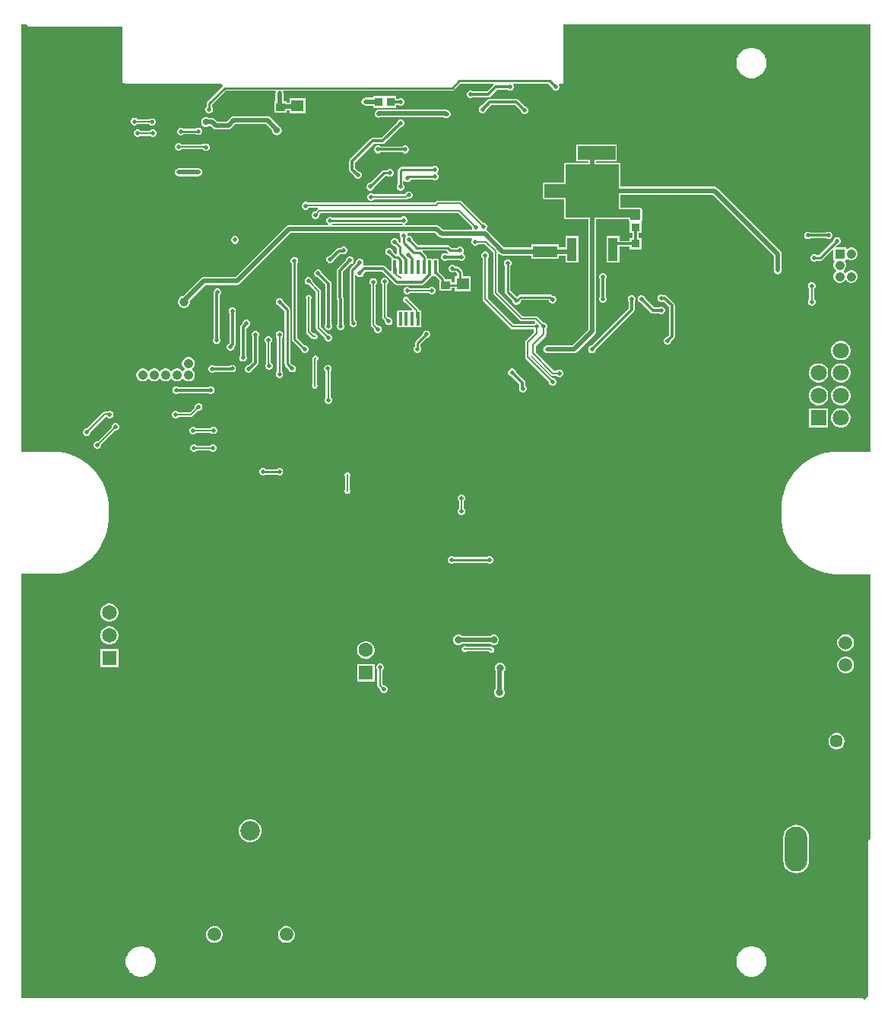
<source format=gbl>
G04*
G04 #@! TF.GenerationSoftware,Altium Limited,Altium Designer,21.3.2 (30)*
G04*
G04 Layer_Physical_Order=2*
G04 Layer_Color=16711680*
%FSLAX25Y25*%
%MOIN*%
G70*
G04*
G04 #@! TF.SameCoordinates,6E51047B-58C7-44D0-8EEE-2D495A345CE8*
G04*
G04*
G04 #@! TF.FilePolarity,Positive*
G04*
G01*
G75*
%ADD10C,0.00787*%
%ADD16C,0.01000*%
%ADD20R,0.03347X0.03740*%
%ADD25R,0.03740X0.03347*%
%ADD30R,0.16535X0.05906*%
%ADD32R,0.05512X0.05118*%
%ADD51R,0.03937X0.03543*%
%ADD163C,0.00600*%
%ADD164C,0.00800*%
%ADD165C,0.02000*%
%ADD168C,0.01200*%
%ADD169C,0.01008*%
%ADD172R,0.06496X0.06496*%
%ADD173C,0.06496*%
%ADD174C,0.05937*%
%ADD175R,0.05937X0.05937*%
%ADD176C,0.05713*%
%ADD177R,0.07087X0.07087*%
%ADD178C,0.07087*%
%ADD179C,0.08563*%
%ADD180C,0.04213*%
%ADD181C,0.01181*%
%ADD182R,0.06319X0.06319*%
%ADD183C,0.06319*%
%ADD184O,0.09843X0.19685*%
%ADD185O,0.08858X0.17717*%
%ADD186O,0.17717X0.08858*%
%ADD187C,0.04134*%
%ADD188R,0.04134X0.04134*%
%ADD189C,0.05000*%
%ADD190C,0.01968*%
%ADD191C,0.01900*%
%ADD192C,0.03150*%
%ADD193C,0.02756*%
%ADD194C,0.03937*%
%ADD195R,0.04173X0.10236*%
%ADD196R,0.22173X0.22441*%
%ADD197R,0.10630X0.05118*%
G04:AMPARAMS|DCode=198|XSize=61.81mil|YSize=16.14mil|CornerRadius=2.02mil|HoleSize=0mil|Usage=FLASHONLY|Rotation=90.000|XOffset=0mil|YOffset=0mil|HoleType=Round|Shape=RoundedRectangle|*
%AMROUNDEDRECTD198*
21,1,0.06181,0.01211,0,0,90.0*
21,1,0.05778,0.01614,0,0,90.0*
1,1,0.00404,0.00605,0.02889*
1,1,0.00404,0.00605,-0.02889*
1,1,0.00404,-0.00605,-0.02889*
1,1,0.00404,-0.00605,0.02889*
%
%ADD198ROUNDEDRECTD198*%
%ADD199C,0.00598*%
G36*
X373060Y241154D02*
X357589Y241154D01*
X356377Y241070D01*
X353980Y240666D01*
X353910Y240647D01*
X353575Y240591D01*
X351230Y239954D01*
X348958Y239090D01*
X346783Y238008D01*
X344723Y236718D01*
X342800Y235232D01*
X341033Y233564D01*
X339437Y231732D01*
X338028Y229752D01*
X336820Y227643D01*
X335825Y225426D01*
X335051Y223123D01*
X334508Y220754D01*
X334199Y218344D01*
X334127Y215915D01*
X334211Y214703D01*
X334211Y214703D01*
X334211Y214703D01*
X334105Y213469D01*
X334137Y210994D01*
X334412Y208534D01*
X334927Y206112D01*
X335677Y203753D01*
X336654Y201479D01*
X337850Y199311D01*
X339253Y197272D01*
X340850Y195380D01*
X342624Y193654D01*
X344559Y192110D01*
X346637Y190763D01*
X348836Y189627D01*
X351136Y188712D01*
X353515Y188028D01*
X355950Y187580D01*
X357183Y187476D01*
X357183Y187476D01*
X373060D01*
X373060Y71694D01*
X372159Y70793D01*
Y2810D01*
X370383Y1033D01*
X369764Y1652D01*
X814D01*
Y187555D01*
X16124D01*
Y187554D01*
X17358Y187658D01*
X19792Y188106D01*
X22171Y188791D01*
X24472Y189706D01*
X26671Y190842D01*
X28748Y192188D01*
X30683Y193732D01*
X32458Y195458D01*
X34054Y197350D01*
X35457Y199390D01*
X36653Y201557D01*
X37631Y203831D01*
X38381Y206191D01*
X38896Y208612D01*
X39170Y211072D01*
X39202Y213548D01*
X39097Y214781D01*
X39097Y214781D01*
X39097Y214781D01*
X39180Y215993D01*
X39109Y218422D01*
X38800Y220832D01*
X38256Y223201D01*
X37483Y225505D01*
X36488Y227722D01*
X35280Y229830D01*
X33871Y231810D01*
X32275Y233643D01*
X30507Y235310D01*
X28584Y236796D01*
X26525Y238086D01*
X24349Y239168D01*
X22078Y240032D01*
X19733Y240669D01*
X17336Y241073D01*
X16124Y241156D01*
X814Y241157D01*
Y428320D01*
X3046D01*
X3889Y427477D01*
X45297D01*
Y402597D01*
X46180D01*
X46582Y402361D01*
X46582Y402361D01*
X88641D01*
X89252Y401681D01*
X89211Y401356D01*
X82381Y394525D01*
X82115Y394128D01*
X82022Y393660D01*
Y392289D01*
X81817Y392084D01*
X81561Y391465D01*
Y390794D01*
X81817Y390175D01*
X82291Y389701D01*
X82911Y389444D01*
X83581D01*
X84200Y389701D01*
X84674Y390175D01*
X84931Y390794D01*
Y391465D01*
X84674Y392084D01*
X84469Y392289D01*
Y393153D01*
X90583Y399267D01*
X112099D01*
X112385Y398767D01*
X112281Y398241D01*
Y394596D01*
X111781D01*
Y389653D01*
X117118D01*
Y390637D01*
X118473D01*
Y389357D01*
X125385D01*
Y395875D01*
X118473D01*
Y394104D01*
X117118D01*
Y394596D01*
X115747D01*
Y398241D01*
X115643Y398767D01*
X115929Y399267D01*
X189704D01*
X190172Y399360D01*
X190569Y399625D01*
X193305Y402361D01*
X207808D01*
X207960Y401861D01*
X207901Y401822D01*
X205034Y398954D01*
X198971D01*
X198868Y399057D01*
X198249Y399313D01*
X197578D01*
X196959Y399057D01*
X196485Y398583D01*
X196228Y397964D01*
Y397293D01*
X196485Y396674D01*
X196959Y396200D01*
X197578Y395943D01*
X198249D01*
X198868Y396200D01*
X198971Y396303D01*
X205583D01*
X206090Y396404D01*
X206520Y396691D01*
X209388Y399559D01*
X214179D01*
X214282Y399456D01*
X214901Y399199D01*
X215571D01*
X216191Y399456D01*
X216665Y399930D01*
X216921Y400549D01*
Y401219D01*
X216665Y401839D01*
X216643Y401861D01*
X216850Y402361D01*
X231911D01*
X233433Y400839D01*
Y400549D01*
X233690Y399930D01*
X234164Y399456D01*
X234783Y399199D01*
X235453D01*
X236073Y399456D01*
X236547Y399930D01*
X236803Y400549D01*
Y401219D01*
X236547Y401839D01*
X236525Y401861D01*
X236732Y402361D01*
X238464D01*
Y428320D01*
X239601D01*
X239680Y428241D01*
X296424D01*
Y428320D01*
X373060D01*
X373060Y241154D01*
D02*
G37*
%LPC*%
G36*
X321546Y418037D02*
X320383D01*
X320314Y418023D01*
X320244D01*
X319103Y417796D01*
X319038Y417769D01*
X318969Y417755D01*
X317894Y417310D01*
X317836Y417271D01*
X317771Y417244D01*
X316804Y416598D01*
X316754Y416548D01*
X316695Y416509D01*
X315873Y415687D01*
X315834Y415628D01*
X315784Y415578D01*
X315138Y414611D01*
X315111Y414546D01*
X315072Y414488D01*
X314627Y413413D01*
X314613Y413344D01*
X314586Y413279D01*
X314359Y412138D01*
Y412068D01*
X314345Y411999D01*
Y410836D01*
X314359Y410767D01*
Y410696D01*
X314586Y409555D01*
X314613Y409491D01*
X314627Y409422D01*
X315072Y408347D01*
X315111Y408288D01*
X315138Y408223D01*
X315784Y407256D01*
X315834Y407206D01*
X315873Y407148D01*
X316695Y406325D01*
X316754Y406286D01*
X316804Y406237D01*
X317771Y405590D01*
X317836Y405564D01*
X317894Y405524D01*
X318969Y405079D01*
X319038Y405066D01*
X319103Y405039D01*
X320244Y404812D01*
X320314D01*
X320383Y404798D01*
X321546D01*
X321615Y404812D01*
X321685D01*
X322826Y405039D01*
X322891Y405066D01*
X322960Y405079D01*
X324035Y405524D01*
X324093Y405564D01*
X324158Y405590D01*
X325126Y406237D01*
X325175Y406286D01*
X325234Y406325D01*
X326056Y407148D01*
X326095Y407206D01*
X326145Y407256D01*
X326791Y408223D01*
X326818Y408288D01*
X326857Y408347D01*
X327303Y409422D01*
X327316Y409490D01*
X327343Y409555D01*
X327570Y410696D01*
Y410767D01*
X327584Y410836D01*
Y411999D01*
X327570Y412068D01*
Y412138D01*
X327343Y413279D01*
X327316Y413344D01*
X327303Y413413D01*
X326857Y414488D01*
X326818Y414546D01*
X326791Y414611D01*
X326145Y415578D01*
X326095Y415628D01*
X326056Y415687D01*
X325234Y416509D01*
X325175Y416548D01*
X325126Y416598D01*
X324158Y417244D01*
X324093Y417271D01*
X324035Y417310D01*
X322960Y417755D01*
X322891Y417769D01*
X322826Y417796D01*
X321685Y418023D01*
X321615D01*
X321546Y418037D01*
D02*
G37*
G36*
X160304Y396860D02*
X159932D01*
X159804Y396860D01*
X155186D01*
Y396222D01*
X151697D01*
X151034Y396090D01*
X150472Y395714D01*
X150096Y395152D01*
X149964Y394489D01*
X150096Y393825D01*
X150472Y393263D01*
X151034Y392887D01*
X151697Y392755D01*
X155186D01*
Y391720D01*
X159804D01*
X159932Y391720D01*
X160304D01*
X160432Y391720D01*
X165050D01*
Y392964D01*
X166049D01*
X166152Y392861D01*
X166771Y392605D01*
X167441D01*
X168061Y392861D01*
X168535Y393335D01*
X168791Y393955D01*
Y394625D01*
X168535Y395244D01*
X168061Y395718D01*
X167441Y395975D01*
X166771D01*
X166152Y395718D01*
X166049Y395615D01*
X165050D01*
Y396860D01*
X160432D01*
X160304Y396860D01*
D02*
G37*
G36*
X217992Y395615D02*
X206156D01*
X205649Y395514D01*
X205219Y395227D01*
X202842Y392850D01*
X202696D01*
X202077Y392593D01*
X201603Y392119D01*
X201346Y391500D01*
Y390830D01*
X201603Y390210D01*
X202077Y389736D01*
X202696Y389480D01*
X203367D01*
X203986Y389736D01*
X204460Y390210D01*
X204716Y390830D01*
Y390975D01*
X206705Y392964D01*
X217443D01*
X219850Y390557D01*
Y390411D01*
X220107Y389792D01*
X220581Y389318D01*
X221200Y389061D01*
X221871D01*
X222490Y389318D01*
X222964Y389792D01*
X223220Y390411D01*
Y391082D01*
X222964Y391701D01*
X222490Y392175D01*
X221871Y392431D01*
X221725D01*
X218929Y395227D01*
X218499Y395514D01*
X217992Y395615D01*
D02*
G37*
G36*
X186693Y391003D02*
X157657D01*
X156994Y390872D01*
X156432Y390496D01*
X156333Y390397D01*
X156196Y390192D01*
X156131Y390126D01*
X156095Y390041D01*
X155958Y389835D01*
X155909Y389592D01*
X155874Y389507D01*
Y389414D01*
X155826Y389172D01*
X155874Y388929D01*
Y388837D01*
X155909Y388751D01*
X155958Y388508D01*
X156095Y388303D01*
X156131Y388217D01*
X156196Y388152D01*
X156333Y387946D01*
X156539Y387809D01*
X156605Y387743D01*
X156690Y387708D01*
X156896Y387570D01*
X157138Y387522D01*
X157224Y387487D01*
X157316D01*
X157559Y387438D01*
X157802Y387487D01*
X157894D01*
X157980Y387522D01*
X158054Y387537D01*
X186132D01*
X186222Y387476D01*
X186885Y387344D01*
X187377D01*
X187620Y387393D01*
X187713D01*
X187798Y387428D01*
X188041Y387476D01*
X188246Y387614D01*
X188332Y387649D01*
X188397Y387715D01*
X188603Y387852D01*
X188740Y388058D01*
X188806Y388123D01*
X188841Y388209D01*
X188979Y388414D01*
X189027Y388657D01*
X189062Y388743D01*
Y388835D01*
X189111Y389078D01*
X189062Y389320D01*
Y389413D01*
X189027Y389498D01*
X188979Y389741D01*
X188841Y389947D01*
X188806Y390032D01*
X188740Y390098D01*
X188603Y390303D01*
X188397Y390441D01*
X188332Y390506D01*
X188246Y390542D01*
X188041Y390679D01*
X187798Y390727D01*
X187713Y390763D01*
X187620D01*
X187476Y390791D01*
X187356Y390871D01*
X186693Y391003D01*
D02*
G37*
G36*
X108809Y388039D02*
X93938D01*
X93275Y387907D01*
X92713Y387531D01*
X91015Y385834D01*
X86789D01*
X85867Y386755D01*
X85305Y387131D01*
X84641Y387263D01*
X82968D01*
X82939Y387292D01*
X82175Y387609D01*
X81348D01*
X80584Y387292D01*
X79999Y386707D01*
X79683Y385943D01*
Y385116D01*
X79999Y384352D01*
X80584Y383768D01*
X81348Y383451D01*
X82175D01*
X82939Y383768D01*
X82968Y383797D01*
X83923D01*
X84845Y382875D01*
X85408Y382499D01*
X86071Y382367D01*
X86071Y382367D01*
X91733D01*
X92397Y382499D01*
X92959Y382875D01*
X94656Y384572D01*
X108091D01*
X110916Y381747D01*
Y381473D01*
X111232Y380709D01*
X111817Y380124D01*
X112388Y379888D01*
X112790Y379808D01*
X113199D01*
X113601Y379888D01*
X113979Y380044D01*
X114320Y380272D01*
X114609Y380561D01*
X114837Y380902D01*
X114994Y381280D01*
X115073Y381682D01*
Y382091D01*
X114994Y382493D01*
X114837Y382871D01*
X114609Y383211D01*
X114320Y383501D01*
X113979Y383729D01*
X113737Y383829D01*
X110035Y387531D01*
X109472Y387907D01*
X108809Y388039D01*
D02*
G37*
G36*
X50779Y387475D02*
X50122D01*
X49516Y387223D01*
X49051Y386759D01*
X48800Y386152D01*
Y385496D01*
X49051Y384889D01*
X49516Y384424D01*
X50122Y384173D01*
X50779D01*
X51386Y384424D01*
X51517Y384555D01*
X56798D01*
X57223Y384131D01*
X57830Y383879D01*
X58487D01*
X59093Y384131D01*
X59558Y384595D01*
X59809Y385202D01*
Y385858D01*
X59558Y386465D01*
X59093Y386929D01*
X58487Y387181D01*
X57830D01*
X57223Y386929D01*
X57092Y386799D01*
X51811D01*
X51386Y387223D01*
X50779Y387475D01*
D02*
G37*
G36*
X78863Y383163D02*
X78206D01*
X77599Y382912D01*
X77357Y382670D01*
X71828D01*
X71726Y382773D01*
X71119Y383024D01*
X70463D01*
X69856Y382773D01*
X69392Y382308D01*
X69140Y381702D01*
Y381045D01*
X69392Y380438D01*
X69856Y379974D01*
X70463Y379722D01*
X71119D01*
X71726Y379974D01*
X71968Y380215D01*
X77497D01*
X77599Y380113D01*
X78206Y379862D01*
X78863D01*
X79469Y380113D01*
X79934Y380578D01*
X80185Y381184D01*
Y381841D01*
X79934Y382448D01*
X79469Y382912D01*
X78863Y383163D01*
D02*
G37*
G36*
X58810Y382259D02*
X58153D01*
X57546Y382008D01*
X57262Y381724D01*
X53113D01*
X52829Y382008D01*
X52222Y382259D01*
X51565D01*
X50959Y382008D01*
X50494Y381544D01*
X50243Y380937D01*
Y380280D01*
X50494Y379674D01*
X50959Y379209D01*
X51565Y378958D01*
X52222D01*
X52829Y379209D01*
X53113Y379493D01*
X57262D01*
X57546Y379209D01*
X58153Y378958D01*
X58810D01*
X59417Y379209D01*
X59881Y379674D01*
X60132Y380280D01*
Y380937D01*
X59881Y381544D01*
X59417Y382008D01*
X58810Y382259D01*
D02*
G37*
G36*
X169508Y375207D02*
X168838D01*
X168219Y374951D01*
X168116Y374848D01*
X158321D01*
X158218Y374951D01*
X157599Y375207D01*
X156929D01*
X156309Y374951D01*
X155835Y374477D01*
X155579Y373857D01*
Y373187D01*
X155835Y372568D01*
X156309Y372094D01*
X156929Y371837D01*
X157599D01*
X158218Y372094D01*
X158321Y372197D01*
X168116D01*
X168219Y372094D01*
X168838Y371837D01*
X169508D01*
X170128Y372094D01*
X170602Y372568D01*
X170858Y373187D01*
Y373857D01*
X170602Y374477D01*
X170128Y374951D01*
X169508Y375207D01*
D02*
G37*
G36*
X70259Y376310D02*
X69602D01*
X68995Y376059D01*
X68531Y375594D01*
X68279Y374987D01*
Y374331D01*
X68531Y373724D01*
X68995Y373259D01*
X69602Y373008D01*
X70259D01*
X70865Y373259D01*
X71150Y373544D01*
X80392D01*
X80826Y373110D01*
X81433Y372858D01*
X82090D01*
X82697Y373110D01*
X83161Y373574D01*
X83412Y374181D01*
Y374838D01*
X83161Y375444D01*
X82697Y375909D01*
X82090Y376160D01*
X81433D01*
X80909Y375943D01*
X80761Y375972D01*
X80335Y375887D01*
X80165Y375774D01*
X71150D01*
X70865Y376059D01*
X70259Y376310D01*
D02*
G37*
G36*
X78534Y365255D02*
X69930D01*
X69267Y365123D01*
X68705Y364748D01*
X68329Y364185D01*
X68197Y363522D01*
X68329Y362859D01*
X68705Y362296D01*
X69267Y361921D01*
X69930Y361789D01*
X78534D01*
X79197Y361921D01*
X79760Y362296D01*
X80136Y362859D01*
X80267Y363522D01*
X80136Y364185D01*
X79760Y364748D01*
X79197Y365123D01*
X78534Y365255D01*
D02*
G37*
G36*
X162780Y364892D02*
X162110D01*
X161490Y364636D01*
X161285Y364431D01*
X159843D01*
X159374Y364337D01*
X158977Y364072D01*
X153774Y358869D01*
X153484D01*
X152864Y358612D01*
X152390Y358138D01*
X152134Y357519D01*
Y356848D01*
X152390Y356229D01*
X152864Y355755D01*
X153484Y355498D01*
X154154D01*
X154773Y355755D01*
X155247Y356229D01*
X155504Y356848D01*
Y357138D01*
X160349Y361984D01*
X161285D01*
X161490Y361779D01*
X162110Y361522D01*
X162780D01*
X163399Y361779D01*
X163873Y362253D01*
X164130Y362872D01*
Y363542D01*
X163873Y364162D01*
X163399Y364636D01*
X162780Y364892D01*
D02*
G37*
G36*
X167441Y386723D02*
X166771D01*
X166152Y386466D01*
X165678Y385992D01*
X165421Y385373D01*
Y385227D01*
X158710Y378516D01*
X154805D01*
X154298Y378415D01*
X153868Y378127D01*
X144996Y369255D01*
X144709Y368826D01*
X144608Y368318D01*
Y364735D01*
X144709Y364228D01*
X144996Y363798D01*
X146682Y362112D01*
Y361966D01*
X146939Y361347D01*
X147413Y360873D01*
X148032Y360616D01*
X148702D01*
X149322Y360873D01*
X149796Y361347D01*
X150052Y361966D01*
Y362637D01*
X149796Y363256D01*
X149322Y363730D01*
X148702Y363987D01*
X148556D01*
X147259Y365284D01*
Y367769D01*
X155354Y375865D01*
X159259D01*
X159766Y375966D01*
X160196Y376253D01*
X167296Y383353D01*
X167441D01*
X168061Y383609D01*
X168535Y384083D01*
X168791Y384703D01*
Y385373D01*
X168535Y385992D01*
X168061Y386466D01*
X167441Y386723D01*
D02*
G37*
G36*
X182402Y366349D02*
X181732D01*
X181112Y366092D01*
X180907Y365887D01*
X167651D01*
X167183Y365794D01*
X166786Y365529D01*
X166201Y364943D01*
X165935Y364546D01*
X165842Y364078D01*
Y358343D01*
X165637Y358138D01*
X165381Y357519D01*
Y356848D01*
X165637Y356229D01*
X166111Y355755D01*
X166731Y355498D01*
X167401D01*
X168020Y355755D01*
X168494Y356229D01*
X168751Y356848D01*
Y357519D01*
X168494Y358138D01*
X168289Y358343D01*
Y359603D01*
X168789Y359810D01*
X169105Y359495D01*
X169724Y359239D01*
X170394D01*
X171013Y359495D01*
X171487Y359969D01*
X171702Y360488D01*
X180907D01*
X181112Y360282D01*
X181732Y360026D01*
X182402D01*
X183021Y360282D01*
X183495Y360756D01*
X183752Y361376D01*
Y362046D01*
X183495Y362666D01*
X183300Y362861D01*
X183057Y363187D01*
X183300Y363514D01*
X183495Y363709D01*
X183752Y364329D01*
Y364999D01*
X183495Y365618D01*
X183021Y366092D01*
X182402Y366349D01*
D02*
G37*
G36*
X171037Y355173D02*
X170380D01*
X169773Y354922D01*
X169309Y354457D01*
X169065Y353870D01*
X155374D01*
X155089Y354154D01*
X154482Y354405D01*
X153826D01*
X153219Y354154D01*
X152755Y353689D01*
X152503Y353083D01*
Y352426D01*
X152755Y351819D01*
X153219Y351355D01*
X153826Y351103D01*
X154482D01*
X155089Y351355D01*
X155374Y351639D01*
X169639D01*
X169639Y351639D01*
X170066Y351724D01*
X170322Y351895D01*
X170380Y351871D01*
X171037D01*
X171643Y352123D01*
X172108Y352587D01*
X172359Y353194D01*
Y353850D01*
X172108Y354457D01*
X171643Y354922D01*
X171037Y355173D01*
D02*
G37*
G36*
X193337Y350972D02*
X193336Y350972D01*
X183462D01*
X183462Y350972D01*
X183033Y350887D01*
X182669Y350644D01*
X182669Y350644D01*
X182241Y350216D01*
X169112D01*
X168974Y350244D01*
X168974Y350244D01*
X126525D01*
X126460Y350231D01*
X126427Y350264D01*
X125808Y350520D01*
X125137D01*
X124518Y350264D01*
X124044Y349790D01*
X123787Y349171D01*
Y348500D01*
X124044Y347881D01*
X124518Y347407D01*
X125137Y347150D01*
X125808D01*
X126427Y347407D01*
X126901Y347881D01*
X126950Y348001D01*
X130798D01*
X130949Y347500D01*
X130866Y347445D01*
X130866Y347445D01*
X129902Y346481D01*
X129468D01*
X128849Y346224D01*
X128375Y345750D01*
X128118Y345131D01*
Y344461D01*
X128375Y343841D01*
X128849Y343367D01*
X129468Y343111D01*
X130138D01*
X130758Y343367D01*
X131232Y343841D01*
X131488Y344461D01*
Y344895D01*
X132124Y345530D01*
X192380D01*
X198492Y339419D01*
Y338985D01*
X198581Y338770D01*
X198247Y338270D01*
X185740D01*
X184163Y339846D01*
X183601Y340222D01*
X182937Y340354D01*
X169031D01*
X168932Y340854D01*
X169449Y341068D01*
X169923Y341542D01*
X170179Y342161D01*
Y342832D01*
X169923Y343451D01*
X169449Y343925D01*
X168829Y344182D01*
X168159D01*
X167540Y343925D01*
X167242Y343628D01*
X137366D01*
X137254Y343740D01*
X136634Y343996D01*
X135964D01*
X135345Y343740D01*
X134871Y343266D01*
X134614Y342647D01*
Y341976D01*
X134871Y341357D01*
X135345Y340883D01*
X135414Y340854D01*
X135315Y340354D01*
X118173D01*
X117509Y340222D01*
X116947Y339846D01*
X94726Y317625D01*
X80817D01*
X80154Y317493D01*
X79592Y317117D01*
X71934Y309459D01*
X71813D01*
X71134Y309277D01*
X70526Y308926D01*
X70029Y308429D01*
X69677Y307820D01*
X69495Y307141D01*
Y306438D01*
X69677Y305760D01*
X70029Y305151D01*
X70526Y304654D01*
X71134Y304302D01*
X71813Y304120D01*
X72516D01*
X73195Y304302D01*
X73804Y304654D01*
X74301Y305151D01*
X74652Y305760D01*
X74834Y306438D01*
Y307141D01*
X74767Y307390D01*
X81535Y314158D01*
X95443D01*
X96107Y314290D01*
X96669Y314666D01*
X118891Y336887D01*
X166564D01*
X166898Y336387D01*
X166809Y336172D01*
Y335502D01*
X167066Y334883D01*
X167271Y334678D01*
Y332814D01*
X167155Y332719D01*
X166798Y332580D01*
X166263Y333115D01*
Y333404D01*
X166006Y334024D01*
X165532Y334498D01*
X164913Y334754D01*
X164242D01*
X163623Y334498D01*
X163149Y334024D01*
X162893Y333404D01*
Y332734D01*
X163149Y332115D01*
X163623Y331641D01*
X164242Y331384D01*
X164532D01*
X165538Y330379D01*
Y328038D01*
X165103Y327818D01*
X164755Y327801D01*
X163772Y328784D01*
Y329074D01*
X163515Y329693D01*
X163041Y330167D01*
X162422Y330424D01*
X161751D01*
X161132Y330167D01*
X160658Y329693D01*
X160401Y329074D01*
Y328403D01*
X160658Y327784D01*
X161132Y327310D01*
X161751Y327053D01*
X162041D01*
X163318Y325777D01*
X163292Y325506D01*
X163092Y325207D01*
X163022Y324856D01*
Y320402D01*
X162560Y320210D01*
X160575Y322196D01*
X160145Y322483D01*
X159638Y322584D01*
X151295D01*
X150975Y322520D01*
X150752Y322889D01*
X150716Y322978D01*
X150965Y323581D01*
Y324251D01*
X150709Y324870D01*
X150235Y325344D01*
X149616Y325601D01*
X148945D01*
X148326Y325344D01*
X147852Y324870D01*
X147595Y324251D01*
Y323961D01*
X145068Y321434D01*
X144803Y321037D01*
X144710Y320569D01*
Y298442D01*
X144802Y297978D01*
X144701Y297734D01*
Y297077D01*
X144953Y296471D01*
X145417Y296006D01*
X146024Y295755D01*
X146680D01*
X147287Y296006D01*
X147751Y296471D01*
X148003Y297077D01*
Y297734D01*
X147751Y298341D01*
X147287Y298805D01*
X147188Y298847D01*
X147157Y298893D01*
Y318661D01*
X147657Y318760D01*
X147852Y318289D01*
X148326Y317815D01*
X148945Y317559D01*
X149616D01*
X150235Y317815D01*
X150709Y318289D01*
X150965Y318909D01*
Y319055D01*
X151844Y319933D01*
X159089D01*
X164529Y314493D01*
X164959Y314205D01*
X165466Y314105D01*
X176423D01*
X176931Y314205D01*
X177361Y314493D01*
X180632Y317764D01*
X180859Y318104D01*
X180866Y318110D01*
X181409Y318292D01*
X181503Y318229D01*
X181855Y318159D01*
X182255D01*
X184198Y316216D01*
Y315384D01*
X184221Y315266D01*
Y311641D01*
X189558D01*
Y312889D01*
X190914D01*
Y311346D01*
X197826D01*
Y317864D01*
X194412D01*
Y319683D01*
X194319Y320152D01*
X194054Y320549D01*
X192651Y321951D01*
X192254Y322216D01*
X191786Y322310D01*
X191055D01*
X190707Y322658D01*
X190100Y322909D01*
X189443D01*
X188837Y322658D01*
X188372Y322193D01*
X188121Y321587D01*
Y320930D01*
X188372Y320323D01*
X188837Y319859D01*
X189443Y319607D01*
X190100D01*
X190707Y319859D01*
X190710Y319863D01*
X191279D01*
X191965Y319177D01*
Y317864D01*
X190914D01*
Y315336D01*
X189558D01*
Y316584D01*
X186645D01*
Y316723D01*
X186552Y317191D01*
X186286Y317588D01*
X183985Y319889D01*
Y324856D01*
X183915Y325207D01*
X183716Y325506D01*
X183418Y325705D01*
X183066Y325775D01*
X181855D01*
X181503Y325705D01*
X181205Y325506D01*
X181157D01*
X180859Y325705D01*
X180507Y325775D01*
X179296D01*
X179066Y325729D01*
X178692Y325938D01*
X178566Y326054D01*
Y326376D01*
X178473Y326845D01*
X178208Y327241D01*
X176761Y328688D01*
X176968Y329188D01*
X187242D01*
X187926Y328504D01*
X187834Y328032D01*
X187782Y327957D01*
X187587Y327912D01*
X187516Y327917D01*
X186930Y328160D01*
X186259D01*
X185640Y327903D01*
X185166Y327429D01*
X184909Y326810D01*
Y326140D01*
X185166Y325520D01*
X185640Y325046D01*
X186259Y324790D01*
X186930D01*
X187549Y325046D01*
X187666Y325163D01*
X192637D01*
X192727Y325074D01*
X193346Y324817D01*
X194016D01*
X194636Y325074D01*
X195110Y325548D01*
X195366Y326167D01*
Y326837D01*
X195110Y327457D01*
X194636Y327931D01*
X194689Y328450D01*
X194874Y328895D01*
Y329566D01*
X194617Y330185D01*
X194143Y330659D01*
X193524Y330916D01*
X192854D01*
X192234Y330659D01*
X192029Y330454D01*
X189437D01*
X188614Y331277D01*
X188217Y331542D01*
X187749Y331635D01*
X174798D01*
X172531Y333902D01*
Y334192D01*
X172275Y334811D01*
X171801Y335285D01*
X171182Y335542D01*
X170511D01*
X170179Y335945D01*
Y336172D01*
X170090Y336387D01*
X170424Y336887D01*
X182219D01*
X183796Y335311D01*
X184358Y334935D01*
X185021Y334803D01*
X198329D01*
X198536Y334303D01*
X198355Y334122D01*
X198098Y333503D01*
Y332833D01*
X198355Y332213D01*
X198829Y331739D01*
X199448Y331483D01*
X200119D01*
X200738Y331739D01*
X201045Y332046D01*
X204080D01*
X207717Y328409D01*
Y310825D01*
X207717Y310825D01*
X207802Y310396D01*
X208046Y310032D01*
X219502Y298575D01*
X219502Y298575D01*
X219866Y298332D01*
X220295Y298247D01*
X220295Y298247D01*
X225962D01*
X226226Y297925D01*
X226092Y297415D01*
X225797Y297293D01*
X225490Y296986D01*
X216783D01*
X205433Y308337D01*
Y325917D01*
X205739Y326224D01*
X205996Y326843D01*
Y327514D01*
X205739Y328133D01*
X205265Y328607D01*
X204646Y328864D01*
X203976D01*
X203357Y328607D01*
X202883Y328133D01*
X202626Y327514D01*
Y326843D01*
X202883Y326224D01*
X203189Y325917D01*
Y307873D01*
X203189Y307872D01*
X203275Y307443D01*
X203518Y307079D01*
X215526Y295072D01*
X215526Y295072D01*
X215890Y294828D01*
X216319Y294743D01*
X225490D01*
X225630Y294603D01*
Y293464D01*
X222022Y289856D01*
X221779Y289492D01*
X221693Y289063D01*
X221693Y289063D01*
Y282605D01*
X221693Y282605D01*
X221779Y282175D01*
X222022Y281812D01*
X232055Y271778D01*
Y271344D01*
X232312Y270725D01*
X232786Y270251D01*
X233405Y269994D01*
X234075D01*
X234695Y270251D01*
X235169Y270725D01*
X235425Y271344D01*
Y272015D01*
X235169Y272634D01*
X234695Y273108D01*
X234075Y273365D01*
X233641D01*
X224138Y282868D01*
X224175Y283021D01*
X224726Y283178D01*
X233206Y274697D01*
X233206Y274697D01*
X233570Y274454D01*
X233999Y274369D01*
X233999Y274369D01*
X235628D01*
X235935Y274062D01*
X236555Y273805D01*
X237225D01*
X237844Y274062D01*
X238318Y274536D01*
X238575Y275155D01*
Y275826D01*
X238318Y276445D01*
X237844Y276919D01*
X237225Y277176D01*
X236555D01*
X235935Y276919D01*
X235628Y276612D01*
X234463D01*
X226379Y284696D01*
Y287409D01*
X230695Y291725D01*
X230695Y291725D01*
X230938Y292089D01*
X231023Y292518D01*
X231023Y292518D01*
Y294800D01*
X231330Y295107D01*
X231587Y295726D01*
Y296397D01*
X231330Y297016D01*
X230856Y297490D01*
X230237Y297746D01*
X229803D01*
X227387Y300162D01*
X227024Y300405D01*
X226594Y300490D01*
X226594Y300490D01*
X220760D01*
X209960Y311290D01*
Y327617D01*
X210422Y327809D01*
X210619Y327611D01*
X211182Y327236D01*
X211845Y327104D01*
X224362D01*
Y325578D01*
X236392D01*
Y327104D01*
X239457D01*
Y323905D01*
X245030D01*
Y335541D01*
X239457D01*
Y330570D01*
X236392D01*
Y332096D01*
X224362D01*
Y330570D01*
X212563D01*
X205371Y337762D01*
X204976Y338026D01*
X204862Y338525D01*
X204877Y338634D01*
X204952Y338709D01*
X205209Y339329D01*
Y339999D01*
X204952Y340618D01*
X204478Y341092D01*
X203859Y341349D01*
X203425D01*
X194130Y350644D01*
X193766Y350887D01*
X193337Y350972D01*
D02*
G37*
G36*
X355124Y337500D02*
X354467D01*
X353860Y337248D01*
X353786Y337175D01*
X346710D01*
X346636Y337248D01*
X346029Y337500D01*
X345373D01*
X344766Y337248D01*
X344301Y336784D01*
X344050Y336177D01*
Y335521D01*
X344301Y334914D01*
X344766Y334450D01*
X345373Y334198D01*
X346029D01*
X346636Y334450D01*
X346710Y334524D01*
X353786D01*
X353860Y334450D01*
X354467Y334198D01*
X355124D01*
X355731Y334450D01*
X356195Y334914D01*
X356446Y335521D01*
Y336177D01*
X356195Y336784D01*
X355731Y337248D01*
X355124Y337500D01*
D02*
G37*
G36*
X94884Y335542D02*
X94214D01*
X93594Y335285D01*
X93120Y334811D01*
X92864Y334192D01*
Y333522D01*
X93120Y332902D01*
X93594Y332428D01*
X94214Y332172D01*
X94884D01*
X95503Y332428D01*
X95977Y332902D01*
X96234Y333522D01*
Y334192D01*
X95977Y334811D01*
X95503Y335285D01*
X94884Y335542D01*
D02*
G37*
G36*
X142540Y330916D02*
X141869D01*
X141250Y330659D01*
X141000Y330409D01*
X140089D01*
X139582Y330308D01*
X139152Y330021D01*
X136075Y326944D01*
X135971D01*
X135364Y326693D01*
X134900Y326229D01*
X134648Y325622D01*
Y324965D01*
X134900Y324359D01*
X135364Y323894D01*
X135971Y323643D01*
X136627D01*
X137234Y323894D01*
X137699Y324359D01*
X137950Y324965D01*
Y325070D01*
X140638Y327758D01*
X141356D01*
X141869Y327546D01*
X142540D01*
X143159Y327802D01*
X143633Y328276D01*
X143890Y328895D01*
Y329566D01*
X143633Y330185D01*
X143159Y330659D01*
X142540Y330916D01*
D02*
G37*
G36*
X358865Y335114D02*
X358209D01*
X357602Y334862D01*
X357137Y334398D01*
X356886Y333791D01*
Y333542D01*
X350599Y327255D01*
X349683D01*
X349507Y327431D01*
X348901Y327683D01*
X348244D01*
X347637Y327431D01*
X347173Y326967D01*
X346921Y326360D01*
Y325704D01*
X347173Y325097D01*
X347637Y324632D01*
X348244Y324381D01*
X348901D01*
X349507Y324632D01*
X349683Y324808D01*
X351106D01*
X351574Y324902D01*
X351971Y325167D01*
X356476Y329672D01*
X356938Y329480D01*
Y325068D01*
X357318D01*
X357525Y324568D01*
X357491Y324534D01*
X357126Y323903D01*
X356938Y323199D01*
Y322470D01*
X357126Y321767D01*
X357491Y321136D01*
X358006Y320621D01*
X358068Y320585D01*
Y320085D01*
X358006Y320049D01*
X357491Y319534D01*
X357126Y318903D01*
X356938Y318199D01*
Y317470D01*
X357126Y316767D01*
X357491Y316136D01*
X358006Y315621D01*
X358637Y315256D01*
X359341Y315068D01*
X360069D01*
X360773Y315256D01*
X361404Y315621D01*
X361919Y316136D01*
X361955Y316198D01*
X362455D01*
X362491Y316136D01*
X363006Y315621D01*
X363637Y315256D01*
X364340Y315068D01*
X365069D01*
X365773Y315256D01*
X366404Y315621D01*
X366919Y316136D01*
X367283Y316767D01*
X367472Y317470D01*
Y318199D01*
X367283Y318903D01*
X366919Y319534D01*
X366404Y320049D01*
X365773Y320413D01*
X365069Y320602D01*
X364340D01*
X363637Y320413D01*
X363006Y320049D01*
X362491Y319534D01*
X362455Y319471D01*
X361955D01*
X361919Y319534D01*
X361404Y320049D01*
X361342Y320085D01*
Y320585D01*
X361404Y320621D01*
X361919Y321136D01*
X362283Y321767D01*
X362472Y322470D01*
Y323199D01*
X362283Y323903D01*
X361919Y324534D01*
X361885Y324568D01*
X362092Y325068D01*
X362472D01*
Y325448D01*
X362972Y325655D01*
X363006Y325621D01*
X363637Y325256D01*
X364340Y325068D01*
X365069D01*
X365773Y325256D01*
X366404Y325621D01*
X366919Y326136D01*
X367283Y326767D01*
X367472Y327470D01*
Y328199D01*
X367283Y328903D01*
X366919Y329534D01*
X366404Y330049D01*
X365773Y330413D01*
X365069Y330602D01*
X364340D01*
X363637Y330413D01*
X363006Y330049D01*
X362972Y330015D01*
X362472Y330222D01*
Y330602D01*
X358059D01*
X357868Y331064D01*
X358616Y331812D01*
X358865D01*
X359472Y332064D01*
X359936Y332528D01*
X360188Y333135D01*
Y333791D01*
X359936Y334398D01*
X359472Y334862D01*
X358865Y335114D01*
D02*
G37*
G36*
X261999Y375797D02*
X244064D01*
Y368491D01*
X249510D01*
Y367740D01*
X239646D01*
X239372Y367685D01*
X239141Y367531D01*
X238986Y367299D01*
X238932Y367026D01*
Y359078D01*
X230197D01*
X229924Y359024D01*
X229692Y358869D01*
X229537Y358638D01*
X229483Y358365D01*
Y352459D01*
X229537Y352186D01*
X229677Y351977D01*
Y351956D01*
X229691D01*
X229692Y351954D01*
X229924Y351800D01*
X230197Y351745D01*
X238932D01*
Y343798D01*
X238986Y343525D01*
X239141Y343293D01*
X239372Y343138D01*
X239646Y343084D01*
X249510D01*
Y294696D01*
X242471Y287657D01*
X231378D01*
X231135Y287609D01*
X231043D01*
X230957Y287573D01*
X230715Y287525D01*
X230509Y287388D01*
X230423Y287352D01*
X230358Y287287D01*
X230152Y287149D01*
X230015Y286944D01*
X229949Y286878D01*
X229914Y286793D01*
X229777Y286587D01*
X229728Y286344D01*
X229693Y286259D01*
Y286166D01*
X229645Y285924D01*
X229693Y285681D01*
Y285589D01*
X229728Y285503D01*
X229777Y285260D01*
X229914Y285055D01*
X229949Y284969D01*
X230015Y284904D01*
X230152Y284698D01*
X230358Y284561D01*
X230423Y284495D01*
X230509Y284460D01*
X230715Y284322D01*
X230957Y284274D01*
X231043Y284239D01*
X231135D01*
X231378Y284190D01*
X243189D01*
X243852Y284322D01*
X244415Y284698D01*
X252469Y292752D01*
X252845Y293315D01*
X252976Y293978D01*
Y343084D01*
X267278D01*
Y342617D01*
X267333Y342343D01*
X267487Y342112D01*
X267490Y342110D01*
X267571Y341643D01*
X267571Y341501D01*
Y336897D01*
X268815D01*
Y334557D01*
X267571D01*
Y333509D01*
X263030D01*
Y335541D01*
X257457D01*
Y323905D01*
X263030D01*
Y330858D01*
X267571D01*
Y329810D01*
X272711D01*
Y334557D01*
X271466D01*
Y336897D01*
X272711D01*
Y341478D01*
X272711Y341643D01*
X272812Y342102D01*
X272828Y342112D01*
X272982Y342343D01*
X273037Y342617D01*
X273037Y347341D01*
X272982Y347614D01*
X272828Y347846D01*
X272596Y348000D01*
X272323Y348055D01*
X263588D01*
Y353777D01*
X303987D01*
X330826Y326938D01*
Y320569D01*
X330874Y320327D01*
Y320234D01*
X330909Y320149D01*
X330958Y319906D01*
X331095Y319700D01*
X331131Y319615D01*
X331196Y319549D01*
X331333Y319344D01*
X331539Y319206D01*
X331605Y319141D01*
X331690Y319105D01*
X331896Y318968D01*
X332138Y318920D01*
X332224Y318884D01*
X332316D01*
X332559Y318836D01*
X332802Y318884D01*
X332894D01*
X332980Y318920D01*
X333222Y318968D01*
X333428Y319105D01*
X333513Y319141D01*
X333579Y319206D01*
X333785Y319344D01*
X333922Y319549D01*
X333987Y319615D01*
X334023Y319700D01*
X334160Y319906D01*
X334209Y320149D01*
X334244Y320234D01*
Y320327D01*
X334292Y320569D01*
Y327656D01*
X334160Y328319D01*
X333785Y328882D01*
X305930Y356736D01*
X305368Y357112D01*
X304705Y357243D01*
X263588D01*
Y367026D01*
X263533Y367299D01*
X263379Y367531D01*
X263147Y367685D01*
X262874Y367740D01*
X252976D01*
Y368491D01*
X261999D01*
Y375797D01*
D02*
G37*
G36*
X181143Y313359D02*
X180486D01*
X179880Y313108D01*
X179595Y312824D01*
X171279D01*
X170994Y313108D01*
X170387Y313359D01*
X169731D01*
X169124Y313108D01*
X168659Y312644D01*
X168408Y312037D01*
Y311380D01*
X168597Y310924D01*
X168598D01*
X168777Y310656D01*
X169007Y310426D01*
X169277Y310245D01*
X169578Y310121D01*
X169896Y310058D01*
X170222D01*
X170540Y310121D01*
X170841Y310245D01*
X171111Y310426D01*
X171279Y310593D01*
X179595D01*
X179762Y310426D01*
X180033Y310245D01*
X180333Y310121D01*
X180652Y310058D01*
X180977D01*
X181296Y310121D01*
X181597Y310245D01*
X181867Y310426D01*
X182097Y310656D01*
X182276Y310924D01*
X182276D01*
X182466Y311380D01*
Y312037D01*
X182214Y312644D01*
X181750Y313108D01*
X181143Y313359D01*
D02*
G37*
G36*
X256122Y319262D02*
X255452D01*
X254833Y319006D01*
X254359Y318532D01*
X254102Y317912D01*
Y317242D01*
X254359Y316623D01*
X254462Y316520D01*
Y309068D01*
X254359Y308965D01*
X254102Y308346D01*
Y307676D01*
X254359Y307056D01*
X254833Y306582D01*
X255452Y306326D01*
X256122D01*
X256742Y306582D01*
X257216Y307056D01*
X257472Y307676D01*
Y308346D01*
X257216Y308965D01*
X257113Y309068D01*
Y316520D01*
X257216Y316623D01*
X257472Y317242D01*
Y317912D01*
X257216Y318532D01*
X256742Y319006D01*
X256122Y319262D01*
D02*
G37*
G36*
X214390Y325404D02*
X213720D01*
X213101Y325147D01*
X212627Y324673D01*
X212370Y324054D01*
Y323384D01*
X212627Y322764D01*
X212832Y322559D01*
Y311121D01*
X212925Y310652D01*
X213190Y310255D01*
X216307Y307138D01*
Y306848D01*
X216564Y306229D01*
X217038Y305755D01*
X217657Y305498D01*
X218327D01*
X218947Y305755D01*
X219421Y306229D01*
X219677Y306848D01*
Y306876D01*
X220336Y307535D01*
X232026D01*
X232055Y307506D01*
Y307478D01*
X232312Y306859D01*
X232786Y306385D01*
X233405Y306128D01*
X234075D01*
X234695Y306385D01*
X235169Y306859D01*
X235425Y307478D01*
Y308149D01*
X235169Y308768D01*
X234695Y309242D01*
X234075Y309498D01*
X233523D01*
X233398Y309623D01*
X233001Y309889D01*
X232533Y309982D01*
X219829D01*
X219361Y309889D01*
X218964Y309623D01*
X218209Y308869D01*
X218037D01*
X215279Y311627D01*
Y322559D01*
X215484Y322764D01*
X215740Y323384D01*
Y324054D01*
X215484Y324673D01*
X215010Y325147D01*
X214390Y325404D01*
D02*
G37*
G36*
X347724Y315476D02*
X347067D01*
X346460Y315225D01*
X345996Y314760D01*
X345744Y314153D01*
Y313497D01*
X345996Y312890D01*
X346277Y312609D01*
Y307800D01*
X346003Y307526D01*
X345751Y306919D01*
Y306262D01*
X346003Y305656D01*
X346467Y305191D01*
X347074Y304940D01*
X347730D01*
X348337Y305191D01*
X348802Y305656D01*
X349053Y306262D01*
Y306919D01*
X348802Y307526D01*
X348520Y307807D01*
Y312615D01*
X348795Y312890D01*
X349046Y313497D01*
Y314153D01*
X348795Y314760D01*
X348330Y315225D01*
X347724Y315476D01*
D02*
G37*
G36*
X169694Y309031D02*
X169440D01*
X169190Y308981D01*
X168955Y308884D01*
X168744Y308743D01*
X168564Y308563D01*
X168422Y308351D01*
X168325Y308116D01*
X168275Y307867D01*
Y307613D01*
X168325Y307363D01*
X168422Y307128D01*
X168564Y306917D01*
X168744Y306737D01*
X168955Y306595D01*
X169190Y306498D01*
X169411Y306454D01*
X169416Y306448D01*
X172226Y303639D01*
X172035Y303177D01*
X171619D01*
X171267Y303107D01*
X170969Y302907D01*
X170921D01*
X170623Y303107D01*
X170271Y303177D01*
X169060D01*
X168708Y303107D01*
X168410Y302907D01*
X168362D01*
X168063Y303107D01*
X167711Y303177D01*
X166501D01*
X166149Y303107D01*
X165851Y302907D01*
X165652Y302609D01*
X165582Y302257D01*
Y296480D01*
X165652Y296128D01*
X165851Y295830D01*
X166149Y295630D01*
X166501Y295560D01*
X167711D01*
X168063Y295630D01*
X168362Y295830D01*
X168410D01*
X168708Y295630D01*
X169060Y295560D01*
X170271D01*
X170623Y295630D01*
X170921Y295830D01*
X170969D01*
X171267Y295630D01*
X171619Y295560D01*
X172830D01*
X173181Y295630D01*
X173480Y295830D01*
X173528D01*
X173826Y295630D01*
X174178Y295560D01*
X175389D01*
X175741Y295630D01*
X176039Y295830D01*
X176238Y296128D01*
X176308Y296480D01*
Y302257D01*
X176238Y302609D01*
X176039Y302907D01*
X175741Y303107D01*
X175389Y303177D01*
X175279D01*
X175233Y303405D01*
X175012Y303736D01*
X173140Y305609D01*
X170858Y307890D01*
X170852Y307896D01*
X170809Y308116D01*
X170711Y308351D01*
X170570Y308563D01*
X170390Y308743D01*
X170179Y308884D01*
X169943Y308981D01*
X169694Y309031D01*
D02*
G37*
G36*
X273052Y309696D02*
X272381D01*
X271762Y309439D01*
X271288Y308965D01*
X271031Y308346D01*
Y307676D01*
X271288Y307056D01*
X271762Y306582D01*
X272381Y306326D01*
X272527D01*
X276780Y302073D01*
X277210Y301786D01*
X277717Y301685D01*
X280320D01*
X280423Y301582D01*
X281043Y301325D01*
X281713D01*
X282332Y301582D01*
X282806Y302056D01*
X283063Y302675D01*
Y303345D01*
X282806Y303965D01*
X282332Y304439D01*
X281713Y304695D01*
X281043D01*
X280423Y304439D01*
X280320Y304336D01*
X278266D01*
X274401Y308200D01*
Y308346D01*
X274145Y308965D01*
X273671Y309439D01*
X273052Y309696D01*
D02*
G37*
G36*
X160498Y317260D02*
X159827D01*
X159208Y317004D01*
X158734Y316530D01*
X158478Y315911D01*
Y315240D01*
X158734Y314621D01*
X159041Y314314D01*
Y300069D01*
X159041Y300069D01*
X159126Y299639D01*
X159370Y299275D01*
X160271Y298374D01*
Y297872D01*
X160527Y297253D01*
X161001Y296779D01*
X161621Y296522D01*
X162291D01*
X162910Y296779D01*
X163384Y297253D01*
X163576Y297716D01*
X163641Y298041D01*
Y298373D01*
X163576Y298699D01*
X163384Y299162D01*
X162910Y299636D01*
X162291Y299892D01*
X161925D01*
X161284Y300533D01*
Y314314D01*
X161591Y314621D01*
X161848Y315240D01*
Y315911D01*
X161591Y316530D01*
X161117Y317004D01*
X160498Y317260D01*
D02*
G37*
G36*
X145273Y326585D02*
X144603D01*
X143983Y326328D01*
X143509Y325854D01*
X143253Y325235D01*
Y325089D01*
X139422Y321259D01*
X139135Y320829D01*
X139034Y320322D01*
Y308520D01*
X139135Y308013D01*
X139422Y307583D01*
X139501Y307504D01*
Y297071D01*
X139427Y296996D01*
X139176Y296390D01*
Y295733D01*
X139427Y295126D01*
X139892Y294662D01*
X140498Y294411D01*
X141155D01*
X141762Y294662D01*
X142226Y295126D01*
X142478Y295733D01*
Y296390D01*
X142226Y296996D01*
X142152Y297071D01*
Y308053D01*
X142051Y308560D01*
X141764Y308990D01*
X141685Y309069D01*
Y319773D01*
X145127Y323215D01*
X145273D01*
X145892Y323471D01*
X146366Y323945D01*
X146623Y324565D01*
Y325235D01*
X146366Y325854D01*
X145892Y326328D01*
X145273Y326585D01*
D02*
G37*
G36*
X131313Y320895D02*
X130656D01*
X130049Y320643D01*
X129585Y320179D01*
X129333Y319572D01*
Y318916D01*
X129585Y318309D01*
X130049Y317845D01*
X130656Y317593D01*
X130761D01*
X134179Y314175D01*
Y297071D01*
X134105Y296996D01*
X133853Y296390D01*
Y295733D01*
X134105Y295126D01*
X134569Y294662D01*
X135176Y294411D01*
X135833D01*
X136439Y294662D01*
X136904Y295126D01*
X137155Y295733D01*
Y296390D01*
X136904Y296996D01*
X136830Y297071D01*
Y314724D01*
X136830Y314724D01*
X136729Y315231D01*
X136442Y315661D01*
X132635Y319468D01*
Y319572D01*
X132384Y320179D01*
X131919Y320643D01*
X131313Y320895D01*
D02*
G37*
G36*
X155532Y317136D02*
X154862D01*
X154242Y316880D01*
X153768Y316406D01*
X153512Y315786D01*
Y315116D01*
X153768Y314497D01*
X154075Y314190D01*
Y296790D01*
X154075Y296790D01*
X154161Y296361D01*
X154404Y295997D01*
X155579Y294822D01*
Y294388D01*
X155835Y293768D01*
X156309Y293294D01*
X156929Y293038D01*
X157599D01*
X158218Y293294D01*
X158692Y293768D01*
X158949Y294388D01*
Y295058D01*
X158692Y295677D01*
X158218Y296151D01*
X157599Y296408D01*
X157165D01*
X156318Y297254D01*
Y314190D01*
X156625Y314497D01*
X156882Y315116D01*
Y315786D01*
X156625Y316406D01*
X156151Y316880D01*
X155532Y317136D01*
D02*
G37*
G36*
X127101Y309813D02*
X126587D01*
X126113Y309617D01*
X125749Y309254D01*
X125553Y308779D01*
Y308265D01*
X125749Y307791D01*
X125825Y307715D01*
Y293562D01*
X125902Y293172D01*
X126123Y292841D01*
X127952Y291013D01*
X128282Y290791D01*
X128565Y290735D01*
X128755Y290545D01*
X129230Y290348D01*
X129744D01*
X130218Y290545D01*
X130582Y290908D01*
X130778Y291383D01*
Y291897D01*
X130582Y292371D01*
X130218Y292735D01*
X129744Y292931D01*
X129230D01*
X129009Y292839D01*
X127864Y293984D01*
Y307715D01*
X127939Y307791D01*
X128136Y308265D01*
Y308779D01*
X127939Y309254D01*
X127576Y309617D01*
X127101Y309813D01*
D02*
G37*
G36*
X127042Y317542D02*
X126385D01*
X125778Y317291D01*
X125314Y316827D01*
X125063Y316220D01*
Y315563D01*
X125314Y314956D01*
X125778Y314492D01*
X126385Y314241D01*
X126787D01*
X129994Y311034D01*
Y295423D01*
X129994Y295423D01*
X130079Y294996D01*
X130320Y294634D01*
X133853Y291101D01*
Y290699D01*
X134105Y290092D01*
X134569Y289628D01*
X135176Y289376D01*
X135833D01*
X136439Y289628D01*
X136904Y290092D01*
X137155Y290699D01*
Y291355D01*
X136904Y291962D01*
X136439Y292426D01*
X135833Y292678D01*
X135431D01*
X132224Y295884D01*
Y311496D01*
X132139Y311923D01*
X131897Y312284D01*
X131897Y312284D01*
X128364Y315818D01*
Y316220D01*
X128113Y316827D01*
X127648Y317291D01*
X127042Y317542D01*
D02*
G37*
G36*
X87163Y312535D02*
X86506D01*
X85899Y312284D01*
X85435Y311819D01*
X85184Y311212D01*
Y310556D01*
X85223Y310460D01*
X85211Y310397D01*
Y290919D01*
X85137Y290845D01*
X84886Y290239D01*
Y289582D01*
X85137Y288975D01*
X85601Y288511D01*
X86208Y288259D01*
X86865D01*
X87471Y288511D01*
X87936Y288975D01*
X88187Y289582D01*
Y290239D01*
X87936Y290845D01*
X87862Y290919D01*
Y309577D01*
X88234Y309949D01*
X88485Y310556D01*
Y311212D01*
X88234Y311819D01*
X87770Y312284D01*
X87163Y312535D01*
D02*
G37*
G36*
X281713Y310047D02*
X281043D01*
X280423Y309791D01*
X279949Y309317D01*
X279693Y308698D01*
Y308027D01*
X279949Y307408D01*
X280423Y306934D01*
X281043Y306677D01*
X281713D01*
X282332Y306934D01*
X282421Y307022D01*
X284777Y304666D01*
Y292241D01*
X283944Y291408D01*
X283799D01*
X283179Y291151D01*
X282705Y290677D01*
X282449Y290058D01*
Y289388D01*
X282705Y288768D01*
X283179Y288294D01*
X283799Y288038D01*
X284469D01*
X285088Y288294D01*
X285562Y288768D01*
X285819Y289388D01*
Y289534D01*
X287040Y290755D01*
X287327Y291185D01*
X287428Y291692D01*
Y305215D01*
X287327Y305722D01*
X287040Y306152D01*
X283892Y309300D01*
X283462Y309587D01*
X282955Y309688D01*
X282435D01*
X282332Y309791D01*
X281713Y310047D01*
D02*
G37*
G36*
X93680Y304438D02*
X93024D01*
X92417Y304187D01*
X91952Y303722D01*
X91701Y303115D01*
Y302459D01*
X91952Y301852D01*
X92026Y301778D01*
Y288614D01*
X91720Y288487D01*
X91255Y288022D01*
X91004Y287416D01*
Y286759D01*
X91255Y286152D01*
X91720Y285688D01*
X92326Y285437D01*
X92983D01*
X93590Y285688D01*
X94054Y286152D01*
X94305Y286759D01*
Y287061D01*
X94577Y287467D01*
X94677Y287974D01*
Y301778D01*
X94751Y301852D01*
X95003Y302459D01*
Y303115D01*
X94751Y303722D01*
X94287Y304187D01*
X93680Y304438D01*
D02*
G37*
G36*
X120983Y326445D02*
X120326D01*
X119719Y326194D01*
X119255Y325730D01*
X119004Y325123D01*
Y324466D01*
X119255Y323859D01*
X119431Y323683D01*
Y290500D01*
X119524Y290032D01*
X119789Y289635D01*
X123478Y285946D01*
Y285697D01*
X123730Y285090D01*
X124194Y284626D01*
X124801Y284374D01*
X125458D01*
X126064Y284626D01*
X126529Y285090D01*
X126780Y285697D01*
Y286353D01*
X126529Y286960D01*
X126064Y287425D01*
X125458Y287676D01*
X125209D01*
X121878Y291007D01*
Y323683D01*
X122054Y323859D01*
X122305Y324466D01*
Y325123D01*
X122054Y325730D01*
X121590Y326194D01*
X120983Y326445D01*
D02*
G37*
G36*
X178894Y294169D02*
X178238D01*
X177631Y293918D01*
X177166Y293453D01*
X176915Y292846D01*
Y292598D01*
X173800Y289482D01*
X173535Y289085D01*
X173442Y288617D01*
Y287202D01*
X173098Y286859D01*
X172847Y286252D01*
Y285595D01*
X173098Y284988D01*
X173563Y284524D01*
X174169Y284273D01*
X174826D01*
X175433Y284524D01*
X175897Y284988D01*
X176148Y285595D01*
Y286252D01*
X175897Y286859D01*
X175889Y286867D01*
Y288110D01*
X178646Y290867D01*
X178894D01*
X179501Y291119D01*
X179965Y291583D01*
X180217Y292190D01*
Y292846D01*
X179965Y293453D01*
X179501Y293918D01*
X178894Y294169D01*
D02*
G37*
G36*
X268721Y309696D02*
X268051D01*
X267431Y309439D01*
X266957Y308965D01*
X266701Y308346D01*
Y307676D01*
X266957Y307056D01*
X267060Y306953D01*
Y303796D01*
X250873Y287609D01*
X250728D01*
X250109Y287352D01*
X249635Y286878D01*
X249378Y286259D01*
Y285589D01*
X249635Y284969D01*
X250109Y284495D01*
X250728Y284239D01*
X251398D01*
X252017Y284495D01*
X252491Y284969D01*
X252748Y285589D01*
Y285734D01*
X269323Y302309D01*
X269610Y302739D01*
X269711Y303246D01*
Y306953D01*
X269814Y307056D01*
X270071Y307676D01*
Y308346D01*
X269814Y308965D01*
X269340Y309439D01*
X268721Y309696D01*
D02*
G37*
G36*
X360795Y289676D02*
X359678D01*
X358598Y289387D01*
X357631Y288829D01*
X356841Y288038D01*
X356282Y287071D01*
X355993Y285992D01*
Y284874D01*
X356282Y283795D01*
X356841Y282828D01*
X357631Y282038D01*
X358598Y281479D01*
X359678Y281190D01*
X360795D01*
X361874Y281479D01*
X362842Y282038D01*
X363632Y282828D01*
X364190Y283795D01*
X364479Y284874D01*
Y285992D01*
X364190Y287071D01*
X363632Y288038D01*
X362842Y288829D01*
X361874Y289387D01*
X360795Y289676D01*
D02*
G37*
G36*
X99890Y299057D02*
X99233D01*
X98626Y298805D01*
X98162Y298341D01*
X97910Y297734D01*
Y297440D01*
X97096Y296626D01*
X96809Y296196D01*
X96708Y295689D01*
Y283241D01*
X96634Y283167D01*
X96383Y282560D01*
Y281904D01*
X96634Y281297D01*
X97098Y280832D01*
X97705Y280581D01*
X98362D01*
X98968Y280832D01*
X99433Y281297D01*
X99684Y281904D01*
Y282560D01*
X99433Y283167D01*
X99359Y283241D01*
Y295140D01*
X100034Y295815D01*
X100496Y296006D01*
X100961Y296471D01*
X101212Y297077D01*
Y297734D01*
X100961Y298341D01*
X100496Y298805D01*
X99890Y299057D01*
D02*
G37*
G36*
X93680Y279171D02*
X93024D01*
X92417Y278920D01*
X92235Y278738D01*
X85380D01*
X84855Y278955D01*
X84198D01*
X83591Y278704D01*
X83127Y278239D01*
X82876Y277633D01*
Y276976D01*
X83127Y276369D01*
X83591Y275905D01*
X84198Y275654D01*
X84855D01*
X85461Y275905D01*
X85643Y276087D01*
X92499D01*
X93024Y275869D01*
X93680D01*
X94287Y276121D01*
X94751Y276585D01*
X95003Y277192D01*
Y277848D01*
X94751Y278455D01*
X94287Y278920D01*
X93680Y279171D01*
D02*
G37*
G36*
X109509Y291698D02*
X108852D01*
X108245Y291447D01*
X107781Y290982D01*
X107529Y290376D01*
Y289719D01*
X107781Y289112D01*
X108245Y288648D01*
X108285Y288631D01*
Y279903D01*
X108029Y279648D01*
X107778Y279041D01*
Y278384D01*
X108029Y277778D01*
X108494Y277313D01*
X109101Y277062D01*
X109757D01*
X110364Y277313D01*
X110828Y277778D01*
X111080Y278384D01*
Y279041D01*
X110828Y279648D01*
X110364Y280112D01*
X110324Y280129D01*
Y288857D01*
X110580Y289112D01*
X110831Y289719D01*
Y290376D01*
X110580Y290982D01*
X110115Y291447D01*
X109509Y291698D01*
D02*
G37*
G36*
X74503Y282558D02*
X73764D01*
X73050Y282367D01*
X72410Y281998D01*
X71888Y281475D01*
X71518Y280835D01*
X71327Y280122D01*
Y279383D01*
X71518Y278669D01*
X71888Y278029D01*
X72367Y277550D01*
X72418Y277277D01*
Y277228D01*
X72367Y276954D01*
X71931Y276519D01*
X71658Y276468D01*
X71609D01*
X71335Y276519D01*
X70856Y276998D01*
X70216Y277367D01*
X69503Y277558D01*
X68764D01*
X68050Y277367D01*
X67410Y276998D01*
X66931Y276519D01*
X66658Y276468D01*
X66609D01*
X66335Y276519D01*
X65856Y276998D01*
X65216Y277367D01*
X64503Y277558D01*
X63764D01*
X63050Y277367D01*
X62410Y276998D01*
X61931Y276519D01*
X61658Y276468D01*
X61609D01*
X61335Y276519D01*
X60856Y276998D01*
X60216Y277367D01*
X59503Y277558D01*
X58764D01*
X58050Y277367D01*
X57410Y276998D01*
X56931Y276519D01*
X56658Y276468D01*
X56609D01*
X56335Y276519D01*
X55856Y276998D01*
X55216Y277367D01*
X54503Y277558D01*
X53764D01*
X53050Y277367D01*
X52410Y276998D01*
X51888Y276475D01*
X51518Y275835D01*
X51327Y275122D01*
Y274383D01*
X51518Y273669D01*
X51888Y273029D01*
X52410Y272507D01*
X53050Y272137D01*
X53764Y271946D01*
X54503D01*
X55216Y272137D01*
X55856Y272507D01*
X56335Y272986D01*
X56609Y273037D01*
X56658D01*
X56931Y272986D01*
X57410Y272507D01*
X58050Y272137D01*
X58764Y271946D01*
X59503D01*
X60216Y272137D01*
X60856Y272507D01*
X61335Y272986D01*
X61609Y273037D01*
X61658D01*
X61931Y272986D01*
X62410Y272507D01*
X63050Y272137D01*
X63764Y271946D01*
X64503D01*
X65216Y272137D01*
X65856Y272507D01*
X66335Y272986D01*
X66609Y273037D01*
X66658D01*
X66931Y272986D01*
X67410Y272507D01*
X68050Y272137D01*
X68764Y271946D01*
X69503D01*
X70216Y272137D01*
X70856Y272507D01*
X71335Y272986D01*
X71609Y273037D01*
X71658D01*
X71931Y272986D01*
X72410Y272507D01*
X73050Y272137D01*
X73764Y271946D01*
X74503D01*
X75216Y272137D01*
X75856Y272507D01*
X76379Y273029D01*
X76748Y273669D01*
X76939Y274383D01*
Y275122D01*
X76748Y275835D01*
X76379Y276475D01*
X75900Y276954D01*
X75849Y277228D01*
Y277277D01*
X75900Y277550D01*
X76379Y278029D01*
X76748Y278669D01*
X76939Y279383D01*
Y280122D01*
X76748Y280835D01*
X76379Y281475D01*
X75856Y281998D01*
X75216Y282367D01*
X74503Y282558D01*
D02*
G37*
G36*
X114343Y308440D02*
X113686D01*
X113079Y308189D01*
X112615Y307725D01*
X112363Y307118D01*
Y306461D01*
X112615Y305855D01*
X113079Y305390D01*
X113686Y305139D01*
X113935D01*
X116254Y302820D01*
Y279656D01*
X116347Y279188D01*
X116612Y278791D01*
X117963Y277441D01*
Y277192D01*
X118214Y276585D01*
X118678Y276121D01*
X119285Y275869D01*
X119942D01*
X120548Y276121D01*
X121013Y276585D01*
X121264Y277192D01*
Y277848D01*
X121013Y278455D01*
X120548Y278920D01*
X119942Y279171D01*
X119693D01*
X118701Y280163D01*
Y303327D01*
X118608Y303795D01*
X118342Y304192D01*
X115665Y306869D01*
Y307118D01*
X115414Y307725D01*
X114949Y308189D01*
X114343Y308440D01*
D02*
G37*
G36*
X103753Y294060D02*
X103097D01*
X102490Y293809D01*
X102026Y293344D01*
X101774Y292738D01*
Y292081D01*
X102026Y291474D01*
X102100Y291400D01*
Y280679D01*
X100375Y278955D01*
X100271D01*
X99664Y278704D01*
X99200Y278239D01*
X98949Y277633D01*
Y276976D01*
X99200Y276369D01*
X99664Y275905D01*
X100271Y275654D01*
X100928D01*
X101534Y275905D01*
X101999Y276369D01*
X102250Y276976D01*
Y277081D01*
X104362Y279193D01*
X104650Y279623D01*
X104751Y280130D01*
Y291400D01*
X104825Y291474D01*
X105076Y292081D01*
Y292738D01*
X104825Y293344D01*
X104360Y293809D01*
X103753Y294060D01*
D02*
G37*
G36*
X114343D02*
X113686D01*
X113079Y293809D01*
X112615Y293344D01*
X112363Y292738D01*
Y292081D01*
X112615Y291474D01*
X112995Y291094D01*
Y276250D01*
X112615Y275870D01*
X112363Y275263D01*
Y274607D01*
X112615Y274000D01*
X113079Y273535D01*
X113686Y273284D01*
X114343D01*
X114949Y273535D01*
X115414Y274000D01*
X115665Y274607D01*
Y275263D01*
X115414Y275870D01*
X115034Y276250D01*
Y291094D01*
X115414Y291474D01*
X115665Y292081D01*
Y292738D01*
X115414Y293344D01*
X114949Y293809D01*
X114343Y294060D01*
D02*
G37*
G36*
X360795Y279834D02*
X359678D01*
X358598Y279545D01*
X357631Y278986D01*
X356841Y278196D01*
X356282Y277228D01*
X355993Y276149D01*
Y275032D01*
X356282Y273953D01*
X356841Y272985D01*
X357631Y272195D01*
X358598Y271636D01*
X359678Y271347D01*
X360795D01*
X361874Y271636D01*
X362842Y272195D01*
X363632Y272985D01*
X364190Y273953D01*
X364479Y275032D01*
Y276149D01*
X364190Y277228D01*
X363632Y278196D01*
X362842Y278986D01*
X361874Y279545D01*
X360795Y279834D01*
D02*
G37*
G36*
X350952D02*
X349835D01*
X348756Y279545D01*
X347788Y278986D01*
X346998Y278196D01*
X346440Y277228D01*
X346150Y276149D01*
Y275032D01*
X346440Y273953D01*
X346998Y272985D01*
X347788Y272195D01*
X348756Y271636D01*
X349835Y271347D01*
X350952D01*
X352032Y271636D01*
X352999Y272195D01*
X353789Y272985D01*
X354348Y273953D01*
X354637Y275032D01*
Y276149D01*
X354348Y277228D01*
X353789Y278196D01*
X352999Y278986D01*
X352032Y279545D01*
X350952Y279834D01*
D02*
G37*
G36*
X84304Y269775D02*
X83647D01*
X83041Y269523D01*
X82967Y269449D01*
X69697D01*
X69623Y269523D01*
X69016Y269775D01*
X68359D01*
X67752Y269523D01*
X67288Y269059D01*
X67037Y268452D01*
Y267795D01*
X67288Y267189D01*
X67752Y266724D01*
X68359Y266473D01*
X69016D01*
X69623Y266724D01*
X69697Y266798D01*
X82967D01*
X83041Y266724D01*
X83647Y266473D01*
X84304D01*
X84911Y266724D01*
X85375Y267189D01*
X85627Y267795D01*
Y268452D01*
X85375Y269059D01*
X84911Y269523D01*
X84304Y269775D01*
D02*
G37*
G36*
X130060Y283347D02*
X129546D01*
X129072Y283150D01*
X128708Y282787D01*
X128512Y282312D01*
Y281805D01*
X128467Y281582D01*
Y270921D01*
X128392Y270846D01*
X128196Y270371D01*
Y269858D01*
X128392Y269383D01*
X128755Y269020D01*
X129230Y268823D01*
X129744D01*
X130218Y269020D01*
X130582Y269383D01*
X130778Y269858D01*
Y270371D01*
X130582Y270846D01*
X130507Y270921D01*
Y280949D01*
X130535Y280960D01*
X130898Y281324D01*
X131095Y281798D01*
Y282312D01*
X130898Y282787D01*
X130535Y283150D01*
X130060Y283347D01*
D02*
G37*
G36*
X216359Y277520D02*
X215688D01*
X215069Y277263D01*
X214595Y276789D01*
X214338Y276170D01*
Y275500D01*
X214595Y274881D01*
X215069Y274407D01*
X215688Y274150D01*
X215834D01*
X219282Y270702D01*
Y269675D01*
X219070Y269162D01*
Y268491D01*
X219326Y267872D01*
X219800Y267398D01*
X220420Y267141D01*
X221090D01*
X221709Y267398D01*
X222183Y267872D01*
X222440Y268491D01*
Y269162D01*
X222183Y269781D01*
X221933Y270031D01*
Y271251D01*
X221832Y271758D01*
X221545Y272188D01*
X217709Y276025D01*
Y276170D01*
X217452Y276789D01*
X216978Y277263D01*
X216359Y277520D01*
D02*
G37*
G36*
X135643Y279171D02*
X134987D01*
X134380Y278920D01*
X133915Y278455D01*
X133664Y277848D01*
Y277192D01*
X133915Y276585D01*
X134307Y276193D01*
Y264867D01*
X134130Y264690D01*
X133879Y264084D01*
Y263427D01*
X134130Y262820D01*
X134595Y262356D01*
X135202Y262105D01*
X135858D01*
X136465Y262356D01*
X136929Y262820D01*
X137181Y263427D01*
Y264084D01*
X136929Y264690D01*
X136538Y265082D01*
Y276408D01*
X136714Y276585D01*
X136966Y277192D01*
Y277848D01*
X136714Y278455D01*
X136250Y278920D01*
X135643Y279171D01*
D02*
G37*
G36*
X360795Y269991D02*
X359678D01*
X358598Y269702D01*
X357631Y269144D01*
X356841Y268354D01*
X356282Y267386D01*
X355993Y266307D01*
Y265189D01*
X356282Y264110D01*
X356841Y263143D01*
X357631Y262352D01*
X358598Y261794D01*
X359678Y261505D01*
X360795D01*
X361874Y261794D01*
X362842Y262352D01*
X363632Y263143D01*
X364190Y264110D01*
X364479Y265189D01*
Y266307D01*
X364190Y267386D01*
X363632Y268354D01*
X362842Y269144D01*
X361874Y269702D01*
X360795Y269991D01*
D02*
G37*
G36*
X350952D02*
X349835D01*
X348756Y269702D01*
X347788Y269144D01*
X346998Y268354D01*
X346440Y267386D01*
X346150Y266307D01*
Y265189D01*
X346440Y264110D01*
X346998Y263143D01*
X347788Y262352D01*
X348756Y261794D01*
X349835Y261505D01*
X350952D01*
X352032Y261794D01*
X352999Y262352D01*
X353789Y263143D01*
X354348Y264110D01*
X354637Y265189D01*
Y266307D01*
X354348Y267386D01*
X353789Y268354D01*
X352999Y269144D01*
X352032Y269702D01*
X350952Y269991D01*
D02*
G37*
G36*
X39976Y258919D02*
X39320D01*
X38713Y258668D01*
X38582Y258537D01*
X38548D01*
X38488Y258577D01*
X38098Y258654D01*
X37498D01*
X37108Y258577D01*
X36777Y258356D01*
X29616Y251195D01*
X29079D01*
X28472Y250943D01*
X28008Y250479D01*
X27756Y249872D01*
Y249216D01*
X28008Y248609D01*
X28472Y248144D01*
X29079Y247893D01*
X29736D01*
X30342Y248144D01*
X30807Y248609D01*
X31058Y249216D01*
Y249753D01*
X37715Y256410D01*
X38249Y256333D01*
X38713Y255869D01*
X39320Y255618D01*
X39976D01*
X40583Y255869D01*
X41047Y256333D01*
X41299Y256940D01*
Y257597D01*
X41047Y258204D01*
X40583Y258668D01*
X39976Y258919D01*
D02*
G37*
G36*
X78980Y262368D02*
X78324D01*
X77717Y262117D01*
X77252Y261652D01*
X77001Y261046D01*
Y260508D01*
X74781Y258288D01*
X69759D01*
X69379Y258668D01*
X68773Y258919D01*
X68116D01*
X67509Y258668D01*
X67045Y258204D01*
X66794Y257597D01*
Y256940D01*
X67045Y256333D01*
X67509Y255869D01*
X68116Y255618D01*
X68773D01*
X69379Y255869D01*
X69759Y256249D01*
X75203D01*
X75594Y256327D01*
X75924Y256548D01*
X78443Y259066D01*
X78980D01*
X79587Y259318D01*
X80051Y259782D01*
X80303Y260389D01*
Y261046D01*
X80051Y261652D01*
X79587Y262117D01*
X78980Y262368D01*
D02*
G37*
G36*
X360795Y260149D02*
X359678D01*
X358598Y259860D01*
X357631Y259301D01*
X356841Y258511D01*
X356282Y257543D01*
X355993Y256464D01*
Y255347D01*
X356282Y254268D01*
X356841Y253300D01*
X357631Y252510D01*
X358598Y251951D01*
X359678Y251662D01*
X360795D01*
X361874Y251951D01*
X362842Y252510D01*
X363632Y253300D01*
X364190Y254268D01*
X364479Y255347D01*
Y256464D01*
X364190Y257543D01*
X363632Y258511D01*
X362842Y259301D01*
X361874Y259860D01*
X360795Y260149D01*
D02*
G37*
G36*
X354637D02*
X346150D01*
Y251662D01*
X354637D01*
Y260149D01*
D02*
G37*
G36*
X85360Y252160D02*
X84703D01*
X84096Y251908D01*
X83683Y251495D01*
X77383D01*
X77037Y251841D01*
X76430Y252092D01*
X75773D01*
X75167Y251841D01*
X74702Y251376D01*
X74451Y250770D01*
Y250113D01*
X74702Y249506D01*
X75167Y249042D01*
X75773Y248791D01*
X76430D01*
X77037Y249042D01*
X77451Y249456D01*
X83750D01*
X84096Y249110D01*
X84703Y248858D01*
X85360D01*
X85967Y249110D01*
X86431Y249574D01*
X86682Y250181D01*
Y250837D01*
X86431Y251444D01*
X85967Y251908D01*
X85360Y252160D01*
D02*
G37*
G36*
X85205Y244367D02*
X84549D01*
X83942Y244115D01*
X83658Y243831D01*
X77858D01*
X77574Y244115D01*
X76967Y244367D01*
X76310D01*
X75704Y244115D01*
X75239Y243651D01*
X74988Y243044D01*
Y242388D01*
X75239Y241781D01*
X75704Y241316D01*
X76310Y241065D01*
X76967D01*
X77574Y241316D01*
X77858Y241601D01*
X83658D01*
X83942Y241316D01*
X84549Y241065D01*
X85205D01*
X85812Y241316D01*
X86277Y241781D01*
X86528Y242388D01*
Y243044D01*
X86277Y243651D01*
X85812Y244115D01*
X85205Y244367D01*
D02*
G37*
G36*
X42461Y253677D02*
X41804D01*
X41197Y253426D01*
X40733Y252961D01*
X40481Y252355D01*
Y251748D01*
X34409Y245677D01*
X33941D01*
X33334Y245425D01*
X32870Y244961D01*
X32619Y244354D01*
Y243697D01*
X32870Y243091D01*
X33334Y242626D01*
X33941Y242375D01*
X34598D01*
X35205Y242626D01*
X35669Y243091D01*
X35920Y243697D01*
Y244304D01*
X41992Y250376D01*
X42461D01*
X43067Y250627D01*
X43532Y251091D01*
X43783Y251698D01*
Y252355D01*
X43532Y252961D01*
X43067Y253426D01*
X42461Y253677D01*
D02*
G37*
G36*
X114343Y233972D02*
X113686D01*
X113079Y233721D01*
X112869Y233511D01*
X107849D01*
X107707Y233653D01*
X107100Y233904D01*
X106443D01*
X105836Y233653D01*
X105372Y233188D01*
X105121Y232582D01*
Y231925D01*
X105372Y231318D01*
X105836Y230854D01*
X106443Y230602D01*
X107100D01*
X107707Y230854D01*
X107917Y231064D01*
X112937D01*
X113079Y230922D01*
X113686Y230670D01*
X114343D01*
X114949Y230922D01*
X115414Y231386D01*
X115665Y231993D01*
Y232649D01*
X115414Y233256D01*
X114949Y233721D01*
X114343Y233972D01*
D02*
G37*
G36*
X144028Y232078D02*
X143515D01*
X143040Y231881D01*
X142677Y231518D01*
X142480Y231043D01*
Y230530D01*
X142677Y230055D01*
X142803Y229929D01*
Y224666D01*
X142779Y224642D01*
X142583Y224168D01*
Y223654D01*
X142779Y223179D01*
X143143Y222816D01*
X143617Y222620D01*
X144131D01*
X144606Y222816D01*
X144969Y223179D01*
X145165Y223654D01*
Y224168D01*
X144969Y224642D01*
X144842Y224769D01*
Y230031D01*
X144866Y230055D01*
X145063Y230530D01*
Y231043D01*
X144866Y231518D01*
X144503Y231881D01*
X144028Y232078D01*
D02*
G37*
G36*
X194195Y222386D02*
X193539D01*
X192932Y222134D01*
X192468Y221670D01*
X192216Y221063D01*
Y220407D01*
X192468Y219800D01*
X192752Y219516D01*
Y216191D01*
X192468Y215907D01*
X192216Y215300D01*
Y214643D01*
X192468Y214036D01*
X192932Y213572D01*
X193539Y213321D01*
X194195D01*
X194802Y213572D01*
X195266Y214036D01*
X195518Y214643D01*
Y215300D01*
X195266Y215907D01*
X194982Y216191D01*
Y219516D01*
X195266Y219800D01*
X195518Y220407D01*
Y221063D01*
X195266Y221670D01*
X194802Y222134D01*
X194195Y222386D01*
D02*
G37*
G36*
X206506Y195363D02*
X205849D01*
X205243Y195111D01*
X205071Y194939D01*
X190534D01*
X190362Y195111D01*
X189755Y195363D01*
X189098D01*
X188491Y195111D01*
X188027Y194647D01*
X187776Y194040D01*
Y193383D01*
X188027Y192777D01*
X188491Y192312D01*
X189098Y192061D01*
X189755D01*
X190362Y192312D01*
X190534Y192484D01*
X205071D01*
X205243Y192312D01*
X205849Y192061D01*
X206506D01*
X207113Y192312D01*
X207577Y192777D01*
X207828Y193383D01*
Y194040D01*
X207577Y194647D01*
X207113Y195111D01*
X206506Y195363D01*
D02*
G37*
G36*
X39978Y174518D02*
X38938D01*
X37934Y174249D01*
X37034Y173729D01*
X36299Y172994D01*
X35779Y172094D01*
X35510Y171089D01*
Y170050D01*
X35779Y169046D01*
X36299Y168146D01*
X37034Y167411D01*
X37934Y166891D01*
X38938Y166622D01*
X39978D01*
X40982Y166891D01*
X41882Y167411D01*
X42617Y168146D01*
X43137Y169046D01*
X43406Y170050D01*
Y171089D01*
X43137Y172094D01*
X42617Y172994D01*
X41882Y173729D01*
X40982Y174249D01*
X39978Y174518D01*
D02*
G37*
G36*
X208482Y160916D02*
X207577D01*
X206741Y160570D01*
X206545Y160374D01*
X194028D01*
X193849Y160554D01*
X193012Y160900D01*
X192107D01*
X191271Y160554D01*
X190631Y159914D01*
X190284Y159077D01*
Y158172D01*
X190631Y157336D01*
X191271Y156695D01*
X192107Y156349D01*
X193012D01*
X193849Y156695D01*
X194061Y156907D01*
X206545D01*
X206741Y156712D01*
X207577Y156365D01*
X208482D01*
X209319Y156712D01*
X209959Y157352D01*
X210305Y158188D01*
Y159093D01*
X209959Y159930D01*
X209319Y160570D01*
X208482Y160916D01*
D02*
G37*
G36*
X39978Y164518D02*
X38938D01*
X37934Y164249D01*
X37034Y163729D01*
X36299Y162994D01*
X35779Y162094D01*
X35510Y161090D01*
Y160050D01*
X35779Y159046D01*
X36299Y158146D01*
X37034Y157411D01*
X37934Y156891D01*
X38938Y156622D01*
X39978D01*
X40982Y156891D01*
X41882Y157411D01*
X42617Y158146D01*
X43137Y159046D01*
X43406Y160050D01*
Y161090D01*
X43137Y162094D01*
X42617Y162994D01*
X41882Y163729D01*
X40982Y164249D01*
X39978Y164518D01*
D02*
G37*
G36*
X362786Y161149D02*
X361820D01*
X360887Y160899D01*
X360051Y160416D01*
X359368Y159733D01*
X358885Y158896D01*
X358635Y157963D01*
Y156997D01*
X358885Y156064D01*
X359368Y155228D01*
X360051Y154545D01*
X360887Y154062D01*
X361820Y153812D01*
X362786D01*
X363719Y154062D01*
X364556Y154545D01*
X365239Y155228D01*
X365722Y156064D01*
X365972Y156997D01*
Y157963D01*
X365722Y158896D01*
X365239Y159733D01*
X364556Y160416D01*
X363719Y160899D01*
X362786Y161149D01*
D02*
G37*
G36*
X195511Y155874D02*
X194997D01*
X194522Y155678D01*
X194159Y155314D01*
X193962Y154840D01*
Y154326D01*
X194159Y153851D01*
X194522Y153488D01*
X194997Y153291D01*
X195511D01*
X195985Y153488D01*
X196060Y153563D01*
X205800D01*
X205820Y153517D01*
X206183Y153154D01*
X206658Y152957D01*
X207171D01*
X207646Y153154D01*
X208009Y153517D01*
X208206Y153991D01*
Y154505D01*
X208009Y154980D01*
X207646Y155343D01*
X207171Y155540D01*
X206658D01*
X206620Y155524D01*
X206618Y155525D01*
X206228Y155603D01*
X196060D01*
X195985Y155678D01*
X195511Y155874D01*
D02*
G37*
G36*
X152387Y158108D02*
X151370D01*
X150389Y157845D01*
X149509Y157337D01*
X148790Y156618D01*
X148282Y155738D01*
X148019Y154756D01*
Y153740D01*
X148282Y152759D01*
X148790Y151878D01*
X149509Y151160D01*
X150389Y150652D01*
X151370Y150389D01*
X152387D01*
X153368Y150652D01*
X154248Y151160D01*
X154967Y151878D01*
X155475Y152759D01*
X155738Y153740D01*
Y154756D01*
X155475Y155738D01*
X154967Y156618D01*
X154248Y157337D01*
X153368Y157845D01*
X152387Y158108D01*
D02*
G37*
G36*
X43406Y154518D02*
X35510D01*
Y146622D01*
X43406D01*
Y154518D01*
D02*
G37*
G36*
X362786Y151306D02*
X361820D01*
X360887Y151056D01*
X360051Y150573D01*
X359368Y149890D01*
X358885Y149054D01*
X358635Y148121D01*
Y147155D01*
X358885Y146222D01*
X359368Y145385D01*
X360051Y144702D01*
X360887Y144219D01*
X361820Y143969D01*
X362786D01*
X363719Y144219D01*
X364556Y144702D01*
X365239Y145385D01*
X365722Y146222D01*
X365972Y147155D01*
Y148121D01*
X365722Y149054D01*
X365239Y149890D01*
X364556Y150573D01*
X363719Y151056D01*
X362786Y151306D01*
D02*
G37*
G36*
X155738Y148108D02*
X148019D01*
Y140389D01*
X155738D01*
Y148108D01*
D02*
G37*
G36*
X158437Y148205D02*
X157780D01*
X157173Y147954D01*
X156709Y147490D01*
X156457Y146883D01*
Y146226D01*
X156709Y145619D01*
X156993Y145335D01*
Y138723D01*
X156993Y138723D01*
X157078Y138296D01*
X157320Y137934D01*
X158163Y137091D01*
Y136689D01*
X158414Y136082D01*
X158879Y135617D01*
X159486Y135366D01*
X160142D01*
X160749Y135617D01*
X161214Y136082D01*
X161465Y136689D01*
Y137345D01*
X161214Y137952D01*
X160749Y138417D01*
X160142Y138668D01*
X159740D01*
X159223Y139185D01*
Y145335D01*
X159508Y145619D01*
X159759Y146226D01*
Y146883D01*
X159508Y147490D01*
X159043Y147954D01*
X158437Y148205D01*
D02*
G37*
G36*
X211191Y148537D02*
X210285D01*
X209449Y148191D01*
X208809Y147551D01*
X208463Y146714D01*
Y145809D01*
X208809Y144973D01*
X208908Y144874D01*
Y137187D01*
X208615Y136894D01*
X208269Y136058D01*
Y135153D01*
X208615Y134316D01*
X209255Y133676D01*
X210092Y133330D01*
X210997D01*
X211833Y133676D01*
X212474Y134316D01*
X212820Y135153D01*
Y136058D01*
X212474Y136894D01*
X212374Y136993D01*
Y144680D01*
X212667Y144973D01*
X213014Y145809D01*
Y146714D01*
X212667Y147551D01*
X212027Y148191D01*
X211191Y148537D01*
D02*
G37*
G36*
X358736Y117887D02*
X357800D01*
X356895Y117645D01*
X356084Y117176D01*
X355422Y116514D01*
X354954Y115703D01*
X354711Y114799D01*
Y113863D01*
X354954Y112958D01*
X355422Y112147D01*
X356084Y111485D01*
X356895Y111017D01*
X357800Y110774D01*
X358736D01*
X359640Y111017D01*
X360451Y111485D01*
X361114Y112147D01*
X361582Y112958D01*
X361824Y113863D01*
Y114799D01*
X361582Y115703D01*
X361114Y116514D01*
X360451Y117176D01*
X359640Y117645D01*
X358736Y117887D01*
D02*
G37*
G36*
X101820Y79961D02*
X100508D01*
X99241Y79621D01*
X98106Y78965D01*
X97178Y78038D01*
X96522Y76902D01*
X96183Y75635D01*
Y74323D01*
X96522Y73056D01*
X97178Y71920D01*
X98106Y70993D01*
X99241Y70337D01*
X100508Y69998D01*
X101820D01*
X103087Y70337D01*
X104223Y70993D01*
X105150Y71920D01*
X105806Y73056D01*
X106146Y74323D01*
Y75635D01*
X105806Y76902D01*
X105150Y78038D01*
X104223Y78965D01*
X103087Y79621D01*
X101820Y79961D01*
D02*
G37*
G36*
X340551Y77520D02*
X339084Y77327D01*
X337716Y76761D01*
X336542Y75859D01*
X335641Y74685D01*
X335075Y73318D01*
X334881Y71850D01*
Y62008D01*
X335075Y60540D01*
X335641Y59173D01*
X336542Y57999D01*
X337716Y57098D01*
X339084Y56531D01*
X340551Y56338D01*
X342019Y56531D01*
X343386Y57098D01*
X344560Y57999D01*
X345461Y59173D01*
X346028Y60540D01*
X346221Y62008D01*
Y71850D01*
X346028Y73318D01*
X345461Y74685D01*
X344560Y75859D01*
X343386Y76761D01*
X342019Y77327D01*
X340551Y77520D01*
D02*
G37*
G36*
X117530Y33196D02*
X116564D01*
X115631Y32946D01*
X114795Y32463D01*
X114112Y31780D01*
X113629Y30944D01*
X113379Y30011D01*
Y29045D01*
X113629Y28112D01*
X114112Y27275D01*
X114795Y26592D01*
X115631Y26109D01*
X116564Y25859D01*
X117530D01*
X118463Y26109D01*
X119300Y26592D01*
X119983Y27275D01*
X120466Y28112D01*
X120716Y29045D01*
Y30011D01*
X120466Y30944D01*
X119983Y31780D01*
X119300Y32463D01*
X118463Y32946D01*
X117530Y33196D01*
D02*
G37*
G36*
X86034D02*
X85068D01*
X84135Y32946D01*
X83299Y32463D01*
X82616Y31780D01*
X82133Y30944D01*
X81883Y30011D01*
Y29045D01*
X82133Y28112D01*
X82616Y27275D01*
X83299Y26592D01*
X84135Y26109D01*
X85068Y25859D01*
X86034D01*
X86967Y26109D01*
X87804Y26592D01*
X88487Y27275D01*
X88970Y28112D01*
X89220Y29045D01*
Y30011D01*
X88970Y30944D01*
X88487Y31780D01*
X87804Y32463D01*
X86967Y32946D01*
X86034Y33196D01*
D02*
G37*
G36*
X321546Y24336D02*
X320383D01*
X320314Y24322D01*
X320244D01*
X319103Y24095D01*
X319038Y24068D01*
X318969Y24055D01*
X317894Y23609D01*
X317836Y23570D01*
X317771Y23543D01*
X316804Y22897D01*
X316754Y22847D01*
X316695Y22808D01*
X315873Y21986D01*
X315834Y21927D01*
X315784Y21878D01*
X315138Y20910D01*
X315111Y20845D01*
X315072Y20787D01*
X314627Y19712D01*
X314613Y19643D01*
X314586Y19578D01*
X314359Y18437D01*
Y18367D01*
X314345Y18298D01*
Y17135D01*
X314359Y17066D01*
Y16996D01*
X314586Y15855D01*
X314613Y15790D01*
X314627Y15721D01*
X315072Y14646D01*
X315111Y14588D01*
X315138Y14523D01*
X315784Y13555D01*
X315834Y13506D01*
X315873Y13447D01*
X316695Y12625D01*
X316754Y12586D01*
X316804Y12536D01*
X317771Y11890D01*
X317836Y11863D01*
X317894Y11824D01*
X318969Y11379D01*
X319038Y11365D01*
X319103Y11338D01*
X320244Y11111D01*
X320314D01*
X320383Y11097D01*
X321546D01*
X321615Y11111D01*
X321685D01*
X322826Y11338D01*
X322891Y11365D01*
X322960Y11379D01*
X324035Y11824D01*
X324093Y11863D01*
X324158Y11890D01*
X325126Y12536D01*
X325175Y12586D01*
X325234Y12625D01*
X326056Y13447D01*
X326095Y13506D01*
X326145Y13555D01*
X326791Y14523D01*
X326818Y14588D01*
X326857Y14646D01*
X327303Y15721D01*
X327316Y15790D01*
X327343Y15855D01*
X327570Y16996D01*
Y17066D01*
X327584Y17135D01*
Y18298D01*
X327570Y18367D01*
Y18437D01*
X327343Y19578D01*
X327316Y19643D01*
X327303Y19712D01*
X326857Y20787D01*
X326818Y20845D01*
X326791Y20910D01*
X326145Y21878D01*
X326095Y21927D01*
X326056Y21986D01*
X325234Y22808D01*
X325175Y22847D01*
X325126Y22897D01*
X324158Y23543D01*
X324093Y23570D01*
X324035Y23609D01*
X322960Y24055D01*
X322891Y24068D01*
X322826Y24095D01*
X321685Y24322D01*
X321615D01*
X321546Y24336D01*
D02*
G37*
G36*
X53830D02*
X52666D01*
X52597Y24322D01*
X52527D01*
X51386Y24095D01*
X51321Y24068D01*
X51252Y24055D01*
X50178Y23609D01*
X50119Y23570D01*
X50054Y23543D01*
X49087Y22897D01*
X49037Y22847D01*
X48979Y22808D01*
X48156Y21986D01*
X48117Y21927D01*
X48068Y21878D01*
X47421Y20910D01*
X47394Y20845D01*
X47355Y20787D01*
X46910Y19712D01*
X46896Y19643D01*
X46870Y19578D01*
X46643Y18437D01*
Y18367D01*
X46629Y18298D01*
Y17135D01*
X46643Y17066D01*
Y16996D01*
X46870Y15855D01*
X46896Y15790D01*
X46910Y15721D01*
X47355Y14646D01*
X47394Y14588D01*
X47421Y14523D01*
X48068Y13555D01*
X48117Y13506D01*
X48156Y13447D01*
X48979Y12625D01*
X49037Y12586D01*
X49087Y12536D01*
X50054Y11890D01*
X50119Y11863D01*
X50178Y11824D01*
X51252Y11379D01*
X51321Y11365D01*
X51386Y11338D01*
X52527Y11111D01*
X52597D01*
X52666Y11097D01*
X53830D01*
X53899Y11111D01*
X53969D01*
X55110Y11338D01*
X55175Y11365D01*
X55244Y11379D01*
X56318Y11824D01*
X56377Y11863D01*
X56442Y11890D01*
X57409Y12536D01*
X57459Y12586D01*
X57517Y12625D01*
X58340Y13447D01*
X58379Y13506D01*
X58429Y13555D01*
X59075Y14523D01*
X59102Y14588D01*
X59141Y14646D01*
X59586Y15721D01*
X59600Y15790D01*
X59627Y15855D01*
X59854Y16996D01*
Y17066D01*
X59867Y17135D01*
Y18298D01*
X59854Y18367D01*
Y18437D01*
X59627Y19578D01*
X59600Y19643D01*
X59586Y19712D01*
X59141Y20787D01*
X59102Y20845D01*
X59075Y20910D01*
X58429Y21878D01*
X58379Y21927D01*
X58340Y21986D01*
X57517Y22808D01*
X57459Y22847D01*
X57409Y22897D01*
X56442Y23543D01*
X56377Y23570D01*
X56318Y23609D01*
X55244Y24055D01*
X55175Y24068D01*
X55110Y24095D01*
X53969Y24322D01*
X53899D01*
X53830Y24336D01*
D02*
G37*
%LPD*%
G36*
X167540Y341068D02*
X168057Y340854D01*
X167957Y340354D01*
X137284D01*
X137184Y340854D01*
X137254Y340883D01*
X137551Y341180D01*
X167427D01*
X167540Y341068D01*
D02*
G37*
G36*
X262874Y347341D02*
X272323D01*
X272323Y342617D01*
X267992D01*
Y343798D01*
X239646D01*
Y352459D01*
X230197D01*
Y358365D01*
X239646D01*
Y367026D01*
X262874D01*
X262874Y347341D01*
D02*
G37*
D10*
X169639Y352754D02*
X170407Y353522D01*
X154154Y352754D02*
X169639D01*
X170407Y353522D02*
X170708D01*
X51894Y380609D02*
X58481D01*
X80896Y374722D02*
X81549D01*
X80761Y374857D02*
X80896Y374722D01*
X170059Y311708D02*
X180815D01*
X81549Y374722D02*
X81761Y374509D01*
X80563Y374659D02*
X80761Y374857D01*
X69930Y374659D02*
X80563D01*
X135315Y277520D02*
X135422Y277413D01*
Y263863D02*
Y277413D01*
Y263863D02*
X135530Y263755D01*
X131109Y295423D02*
X135504Y291027D01*
X131109Y295423D02*
Y311496D01*
X126713Y315892D02*
X131109Y311496D01*
X158108Y138723D02*
Y146555D01*
Y138723D02*
X159814Y137017D01*
X76639Y242716D02*
X84877D01*
X193867Y214971D02*
Y220735D01*
D16*
X167066Y357184D02*
Y364078D01*
X153819Y357184D02*
X159843Y363207D01*
X162445D01*
X120654Y290500D02*
Y324795D01*
Y290500D02*
X125129Y286025D01*
X168402Y342404D02*
X168494Y342497D01*
X136299Y342311D02*
X136392Y342404D01*
X168402D01*
X174665Y286091D02*
Y288617D01*
X174498Y285924D02*
X174665Y286091D01*
Y288617D02*
X178566Y292518D01*
X348572Y326032D02*
X351106D01*
X358537Y333463D01*
X83246Y393660D02*
X90077Y400491D01*
X83246Y391129D02*
Y393660D01*
X90077Y400491D02*
X189704D01*
X117477Y279656D02*
X119613Y277520D01*
X114014Y306790D02*
X117477Y303327D01*
Y279656D02*
Y303327D01*
X145933Y298442D02*
X146180Y298195D01*
Y297578D02*
Y298195D01*
X145933Y298442D02*
Y320569D01*
X146180Y297578D02*
X146352Y297406D01*
X170846Y333857D02*
X174291Y330412D01*
X168494Y332764D02*
X172426Y328832D01*
X168494Y332764D02*
Y335837D01*
X168797Y336140D01*
X185421Y315384D02*
Y316723D01*
X182461Y319683D02*
Y320825D01*
Y319683D02*
X185421Y316723D01*
X189944Y321086D02*
X191786D01*
X189772Y321258D02*
X189944Y321086D01*
X191786D02*
X193189Y319683D01*
Y315786D02*
Y319683D01*
Y315786D02*
X194370Y314605D01*
X186890Y314113D02*
X193878D01*
X194370Y314605D01*
X185421Y315384D02*
X186693Y314113D01*
X186890D01*
X145933Y320569D02*
X149280Y323916D01*
X172426Y328832D02*
Y328832D01*
X167651Y364664D02*
X182067D01*
X167066Y364078D02*
X167651Y364664D01*
X164578Y333069D02*
X166761Y330886D01*
Y328038D02*
X169358Y325441D01*
X166761Y328038D02*
Y330886D01*
X169358Y322274D02*
Y325441D01*
Y322274D02*
X169665Y321967D01*
X106806Y232287D02*
X113980D01*
X114014Y232321D01*
X106772Y232253D02*
X106806Y232287D01*
X189704Y400491D02*
X192854Y403640D01*
X235118Y400884D02*
X235118D01*
X232362Y403640D02*
X235118Y400884D01*
X192854Y403640D02*
X232362D01*
X170846Y361711D02*
X182067D01*
X188930Y329231D02*
X193189D01*
X214055Y311121D02*
Y323719D01*
Y311121D02*
X217992Y307184D01*
X172426Y328832D02*
X173012Y328246D01*
X170570Y327197D02*
X172224Y325542D01*
Y321967D02*
Y325542D01*
X170570Y327197D02*
Y327459D01*
X175472Y328246D02*
X177342Y326376D01*
X173012Y328246D02*
X175472D01*
X177342Y321967D02*
Y326376D01*
X174291Y330412D02*
X187749D01*
X167106Y321967D02*
Y324884D01*
X165733Y326257D02*
X167106Y324884D01*
X164568Y326257D02*
X165733D01*
X162087Y328739D02*
X164568Y326257D01*
X187749Y330412D02*
X188930Y329231D01*
X177342Y321967D02*
X177342Y321967D01*
X170059Y360924D02*
X170846Y361711D01*
X167106Y321967D02*
X167106Y321967D01*
X219829Y308758D02*
X232533D01*
X233478Y307813D01*
X233740D01*
X218254Y307184D02*
X219829Y308758D01*
X217992Y307184D02*
X218254D01*
D20*
X162677Y394290D02*
D03*
X157559D02*
D03*
D25*
X270141Y339270D02*
D03*
Y344388D02*
D03*
Y327065D02*
D03*
Y332183D02*
D03*
D30*
X253031Y372144D02*
D03*
D32*
X233133Y355215D02*
D03*
Y348916D02*
D03*
X194370Y308306D02*
D03*
Y314605D02*
D03*
X121929Y386317D02*
D03*
Y392616D02*
D03*
D51*
X186890Y308798D02*
D03*
Y314113D02*
D03*
X114449Y386810D02*
D03*
Y392125D02*
D03*
D163*
X129487Y270114D02*
Y281582D01*
X129803Y281898D01*
Y282055D01*
X114014Y274935D02*
Y292409D01*
X109305Y278837D02*
X109429Y278713D01*
X109305Y278837D02*
Y289923D01*
X109180Y290047D02*
X109305Y289923D01*
X126844Y293562D02*
Y308522D01*
Y293562D02*
X128673Y291733D01*
X129393D02*
X129487Y291640D01*
X128673Y291733D02*
X129393D01*
X195254Y154583D02*
X206228D01*
X206563Y154248D01*
X206914D01*
X143823Y223962D02*
Y230735D01*
Y223962D02*
X143874Y223911D01*
X143772Y230787D02*
X143823Y230735D01*
X29407Y249544D02*
X37498Y257635D01*
X39399Y257517D02*
X39648Y257269D01*
X37498Y257635D02*
X38098D01*
X38215Y257517D02*
X39399D01*
X38098Y257635D02*
X38215Y257517D01*
X68444Y257269D02*
X75203D01*
X78652Y260717D01*
X76102Y250441D02*
X76136Y250475D01*
X84998D01*
X85032Y250509D01*
X34270Y244026D02*
Y244095D01*
X42132Y251957D01*
Y252026D01*
X169567Y307740D02*
X174291Y303015D01*
Y299861D02*
Y303015D01*
Y299861D02*
X174783Y299369D01*
D164*
X126525Y349122D02*
X168974D01*
X169001Y349095D01*
X125472Y348835D02*
X125696Y349059D01*
X126462D01*
X126525Y349122D01*
X169001Y349095D02*
X182706D01*
X193337Y349851D02*
X203524Y339664D01*
X182706Y349095D02*
X183462Y349851D01*
X193337D01*
X50598Y385677D02*
X58011D01*
X58158Y385530D01*
X50451Y385824D02*
X50598Y385677D01*
X155197Y296790D02*
X157264Y294723D01*
X155197Y296790D02*
Y315451D01*
X160163Y300069D02*
Y315575D01*
Y300069D02*
X161956Y298275D01*
Y298207D02*
Y298275D01*
X192845Y346652D02*
X200177Y339320D01*
X131659Y346652D02*
X192845D01*
X129803Y344796D02*
X131659Y346652D01*
X347399Y306594D02*
Y313822D01*
X347395Y313825D02*
X347399Y313822D01*
Y306594D02*
X347402Y306591D01*
X222815Y282605D02*
X233740Y271679D01*
X222815Y282605D02*
Y289063D01*
X226752Y293000D02*
Y295865D01*
X222815Y289063D02*
X226752Y293000D01*
X225257Y284232D02*
X233999Y275490D01*
X236890D01*
X225257Y284232D02*
Y287874D01*
X229902Y292518D01*
X204311Y307872D02*
Y327179D01*
X199783Y333168D02*
X204544D01*
X208839Y328874D01*
Y310825D02*
Y328874D01*
Y310825D02*
X220295Y299369D01*
X226594D01*
X229902Y296061D01*
X204311Y307872D02*
X216319Y295865D01*
X226752D01*
X229902Y292518D02*
Y296061D01*
D165*
X210641Y135702D02*
Y146165D01*
X210738Y146262D01*
X210544Y135605D02*
X210641Y135702D01*
X112995Y381886D02*
Y382120D01*
X108809Y386305D02*
X112995Y382120D01*
X86071Y384101D02*
X91733D01*
X93938Y386305D01*
X108809D01*
X84641Y385530D02*
X86071Y384101D01*
X81761Y385530D02*
X84641D01*
X69930Y363522D02*
X78534D01*
X151697Y394489D02*
X157360D01*
X114014Y392560D02*
X114449Y392125D01*
X114014Y392560D02*
Y398241D01*
X157360Y394489D02*
X157559Y394290D01*
X121683Y392371D02*
X121929Y392616D01*
X114449Y392125D02*
X114695Y392371D01*
X121683D01*
X72165Y306790D02*
Y307239D01*
X80817Y315892D01*
X95443D01*
X118173Y338621D01*
X192576Y158641D02*
X208030D01*
X192560Y158625D02*
X192576Y158641D01*
X118173Y338621D02*
X182937D01*
X185021Y336536D01*
X231378Y285924D02*
X243189D01*
X251243Y293978D01*
X185021Y336536D02*
X204146D01*
X157657Y389270D02*
X186693D01*
X186885Y389078D02*
X187377D01*
X186693Y389270D02*
X186885Y389078D01*
X157559Y389172D02*
X157657Y389270D01*
X211845Y328837D02*
X230377D01*
X204146Y336536D02*
X211845Y328837D01*
X230377D02*
X241357D01*
X251243Y370356D02*
X253031Y372144D01*
X251243Y355510D02*
Y370356D01*
X241357Y328837D02*
X242243Y329723D01*
X251243Y355510D02*
X304705D01*
X332559Y327656D01*
Y320569D02*
Y327656D01*
X251243Y293978D02*
Y355510D01*
D168*
X100599Y277304D02*
X103425Y280130D01*
Y292409D01*
X149280Y319244D02*
X151295Y321258D01*
X159638D01*
X165466Y315430D01*
X186608Y326489D02*
X193667D01*
X186594Y326475D02*
X186608Y326489D01*
X86834Y310695D02*
Y310884D01*
X86536Y289910D02*
Y310397D01*
X86834Y310695D01*
X98033Y295689D02*
X99561Y297217D01*
Y297406D01*
X98033Y282232D02*
Y295689D01*
X93352Y287974D02*
Y302787D01*
X159259Y377190D02*
X167106Y385038D01*
X162677Y394290D02*
X167106D01*
X157264Y373522D02*
X169173D01*
X154805Y377190D02*
X159259D01*
X145933Y368318D02*
X154805Y377190D01*
X145933Y364735D02*
Y368318D01*
Y364735D02*
X148367Y362302D01*
X179694Y321760D02*
X179902Y321967D01*
X179694Y318701D02*
Y321760D01*
X176423Y315430D02*
X179694Y318701D01*
X165466Y315430D02*
X176423D01*
X92655Y287277D02*
X93352Y287974D01*
X92655Y287087D02*
Y287277D01*
X193667Y326489D02*
X193681Y326502D01*
X136299Y325294D02*
X140089Y329084D01*
X142058D01*
X142205Y329231D01*
X130984Y319244D02*
X135504Y314724D01*
Y296061D02*
Y314724D01*
X140359Y308520D02*
X140827Y308053D01*
Y296061D02*
Y308053D01*
X140359Y308520D02*
Y320322D01*
X144938Y324900D01*
X68688Y268124D02*
X83976D01*
X84526Y277304D02*
X84634Y277412D01*
X93244D01*
X93352Y277520D01*
X345701Y335849D02*
X354795D01*
X216024Y275835D02*
X220608Y271251D01*
Y268973D02*
Y271251D01*
Y268973D02*
X220755Y268826D01*
X284134Y289723D02*
Y289723D01*
X286102Y291692D02*
Y305215D01*
X282955Y308362D02*
X286102Y305215D01*
X284134Y289723D02*
X286102Y291692D01*
X203031Y391165D02*
X206156Y394290D01*
X217992D01*
X221535Y390746D01*
X208839Y400884D02*
X215236D01*
X205583Y397628D02*
X208839Y400884D01*
X197913Y397628D02*
X205583D01*
X281378Y308362D02*
X282955D01*
X255787Y308011D02*
Y317577D01*
X272716Y308011D02*
X277717Y303010D01*
X281378D01*
X251063Y285924D02*
X268386Y303246D01*
Y308011D01*
X270354Y323325D02*
Y326852D01*
X270141Y327065D02*
X270354Y326852D01*
X270141Y332183D02*
Y339270D01*
X261730Y332183D02*
X270141D01*
X260243Y330697D02*
X261730Y332183D01*
X260243Y329723D02*
Y330697D01*
D169*
X70861Y381443D02*
X78464D01*
X78534Y381513D01*
X70791Y381373D02*
X70861Y381443D01*
X189427Y193712D02*
X206178D01*
D172*
X39458Y150570D02*
D03*
D173*
Y160570D02*
D03*
Y170570D02*
D03*
D174*
X362303Y147638D02*
D03*
Y157480D02*
D03*
X95551Y29528D02*
D03*
X85551D02*
D03*
X117047D02*
D03*
X127047D02*
D03*
D175*
X362303Y167323D02*
D03*
D176*
X358268Y104331D02*
D03*
Y114331D02*
D03*
D177*
X350394Y255906D02*
D03*
D178*
X360236D02*
D03*
X350394Y265748D02*
D03*
X360236D02*
D03*
X350394Y275590D02*
D03*
X360236D02*
D03*
X350394Y285433D02*
D03*
X360236D02*
D03*
D179*
X101164Y74979D02*
D03*
X22424D02*
D03*
D180*
X54133Y274752D02*
D03*
Y279752D02*
D03*
X59133Y274752D02*
D03*
Y279752D02*
D03*
X64133Y274752D02*
D03*
Y279752D02*
D03*
X69133Y274752D02*
D03*
Y279752D02*
D03*
X74133Y274752D02*
D03*
Y279752D02*
D03*
D181*
X81121Y200514D02*
D03*
Y197463D02*
D03*
Y203565D02*
D03*
X76987Y200514D02*
D03*
Y197463D02*
D03*
Y203565D02*
D03*
X84074Y200514D02*
D03*
X74035D02*
D03*
X129487Y270114D02*
D03*
X129803Y282055D02*
D03*
X126844Y308522D02*
D03*
X129487Y291640D02*
D03*
X206914Y154248D02*
D03*
X195254Y154583D02*
D03*
X143874Y223911D02*
D03*
X143772Y230787D02*
D03*
X167106Y317420D02*
D03*
X169567Y307740D02*
D03*
D182*
X151878Y144248D02*
D03*
D183*
Y154248D02*
D03*
D184*
X340551Y66929D02*
D03*
D185*
X364173D02*
D03*
D186*
X352362Y85433D02*
D03*
D187*
X364705Y317835D02*
D03*
X359705D02*
D03*
X364705Y322835D02*
D03*
X359705D02*
D03*
X364705Y327835D02*
D03*
D188*
X359705D02*
D03*
D189*
X289783Y6885D02*
D03*
Y33588D02*
D03*
X266698Y14436D02*
D03*
X266542Y6885D02*
D03*
X231058Y6809D02*
D03*
X218998D02*
D03*
X253606Y6885D02*
D03*
X241545D02*
D03*
X206363Y83870D02*
D03*
X170423Y110346D02*
D03*
X199644Y90775D02*
D03*
X263043Y43960D02*
D03*
Y53400D02*
D03*
X210544Y22626D02*
D03*
Y12806D02*
D03*
Y32180D02*
D03*
X216675Y62841D02*
D03*
Y69996D02*
D03*
X266698Y23622D02*
D03*
Y32180D02*
D03*
X301968Y13415D02*
D03*
X278758Y12806D02*
D03*
X299828Y29048D02*
D03*
X278758D02*
D03*
X198066Y68880D02*
D03*
X206363Y77266D02*
D03*
Y90728D02*
D03*
D190*
X221535Y306347D02*
D03*
X174498Y343109D02*
D03*
X180404Y343251D02*
D03*
X167066Y357184D02*
D03*
X162445Y363207D02*
D03*
X59780Y318160D02*
D03*
Y312593D02*
D03*
X67355Y201715D02*
D03*
X55310Y194018D02*
D03*
X55249Y189446D02*
D03*
X55221Y198879D02*
D03*
X168494Y342497D02*
D03*
X83246Y391129D02*
D03*
X149280Y319244D02*
D03*
X155197Y315451D02*
D03*
X129803Y373325D02*
D03*
Y344796D02*
D03*
X99418Y397341D02*
D03*
X129803Y362302D02*
D03*
X97126Y328522D02*
D03*
X136299Y342311D02*
D03*
X135315Y362302D02*
D03*
X125472Y348835D02*
D03*
X186594Y326475D02*
D03*
X94549Y333857D02*
D03*
X167106Y385038D02*
D03*
X169567Y397341D02*
D03*
X135315Y373325D02*
D03*
X167106Y394290D02*
D03*
X180565Y368522D02*
D03*
X160163Y315575D02*
D03*
X169173Y373522D02*
D03*
X140827Y362302D02*
D03*
X129803Y367813D02*
D03*
X135315D02*
D03*
X140827D02*
D03*
Y373325D02*
D03*
X170846Y333857D02*
D03*
X161956Y298207D02*
D03*
X157264Y294723D02*
D03*
X168494Y335837D02*
D03*
X149280Y323916D02*
D03*
X144938Y324900D02*
D03*
X164578Y333069D02*
D03*
X139048Y171188D02*
D03*
X141116Y136407D02*
D03*
X95683Y380601D02*
D03*
X95479Y377028D02*
D03*
X51188Y212638D02*
D03*
X51216Y221592D02*
D03*
Y203206D02*
D03*
X51249Y217210D02*
D03*
X51277Y207778D02*
D03*
Y226164D02*
D03*
X51188Y198879D02*
D03*
X55353Y207778D02*
D03*
X55386Y203396D02*
D03*
X59756Y201819D02*
D03*
X63901D02*
D03*
X90910Y204923D02*
D03*
X90971Y220334D02*
D03*
X91000Y229287D02*
D03*
Y210901D02*
D03*
X91032Y224905D02*
D03*
X91061Y233859D02*
D03*
Y215473D02*
D03*
X94433Y204937D02*
D03*
X94494Y220347D02*
D03*
X94523Y210915D02*
D03*
Y229301D02*
D03*
X94555Y224919D02*
D03*
X94584Y233873D02*
D03*
Y215487D02*
D03*
X51216Y189446D02*
D03*
X51277Y194018D02*
D03*
X60504Y125942D02*
D03*
X96283Y167195D02*
D03*
X96222Y162623D02*
D03*
X63688Y125942D02*
D03*
X63752Y130596D02*
D03*
X96222Y157889D02*
D03*
Y180847D02*
D03*
Y172265D02*
D03*
X60504Y131868D02*
D03*
X96283Y185419D02*
D03*
Y176837D02*
D03*
X99843Y171704D02*
D03*
Y157889D02*
D03*
X99871Y162272D02*
D03*
Y180658D02*
D03*
X99904Y176276D02*
D03*
X99932Y166843D02*
D03*
Y185230D02*
D03*
Y150379D02*
D03*
Y143401D02*
D03*
Y137017D02*
D03*
X141116Y133621D02*
D03*
X303464Y228792D02*
D03*
X324653Y280956D02*
D03*
X303464Y235000D02*
D03*
X324664Y267881D02*
D03*
X303464Y241974D02*
D03*
X136906Y133160D02*
D03*
Y136407D02*
D03*
X95091Y383522D02*
D03*
X142205Y329231D02*
D03*
X231378Y285924D02*
D03*
X100847Y377028D02*
D03*
X216024Y275835D02*
D03*
X233740Y271679D02*
D03*
X157559Y389172D02*
D03*
X193681Y326502D02*
D03*
X177427Y343109D02*
D03*
X182067Y361711D02*
D03*
Y364664D02*
D03*
X148367Y362302D02*
D03*
X64133Y312593D02*
D03*
Y318160D02*
D03*
X220755Y268826D02*
D03*
X199862Y286317D02*
D03*
X204429Y294023D02*
D03*
X49659Y352276D02*
D03*
X49490Y347879D02*
D03*
X235118Y400884D02*
D03*
X236890Y275490D02*
D03*
X289715Y291435D02*
D03*
X255787Y317577D02*
D03*
X235118Y372144D02*
D03*
X281378Y384742D02*
D03*
X281968Y345372D02*
D03*
X228425D02*
D03*
X272716Y308011D02*
D03*
X281378Y308362D02*
D03*
X281968Y352065D02*
D03*
X241811Y372144D02*
D03*
X259724Y384742D02*
D03*
X268386Y308011D02*
D03*
X255394Y384742D02*
D03*
X251063D02*
D03*
X214055Y323719D02*
D03*
X221732Y352065D02*
D03*
Y345372D02*
D03*
Y338680D02*
D03*
X281968D02*
D03*
Y358758D02*
D03*
X228425D02*
D03*
X275276Y345372D02*
D03*
Y352065D02*
D03*
Y358758D02*
D03*
X187377Y389078D02*
D03*
X324882Y315646D02*
D03*
Y311512D02*
D03*
X321142D02*
D03*
Y315646D02*
D03*
X300669Y295077D02*
D03*
X203031Y391165D02*
D03*
X213425D02*
D03*
X221535Y390746D02*
D03*
X215236Y400884D02*
D03*
X197913Y397628D02*
D03*
X197520Y400884D02*
D03*
X193189Y329231D02*
D03*
X204311Y327179D02*
D03*
X153819Y357184D02*
D03*
X157264Y373522D02*
D03*
X205833Y302257D02*
D03*
X203031Y344930D02*
D03*
X194468Y373719D02*
D03*
X190925D02*
D03*
X209831Y391239D02*
D03*
X232165Y396947D02*
D03*
X238858Y323178D02*
D03*
X222716Y324408D02*
D03*
X229902D02*
D03*
X222716Y319388D02*
D03*
X217205D02*
D03*
X282067Y331987D02*
D03*
X281968Y324900D02*
D03*
X289715Y320405D02*
D03*
X285709Y316790D02*
D03*
X289577Y360727D02*
D03*
Y364565D02*
D03*
X291737Y373719D02*
D03*
X287677D02*
D03*
X262874Y339846D02*
D03*
X255452Y339861D02*
D03*
X245689Y339664D02*
D03*
X238464D02*
D03*
X311053Y366829D02*
D03*
X307953Y366928D02*
D03*
X311053Y370963D02*
D03*
X307953D02*
D03*
X321142Y346553D02*
D03*
X316968Y350983D02*
D03*
X312874Y341348D02*
D03*
X306633D02*
D03*
X301063D02*
D03*
X339201Y321738D02*
D03*
X339314Y324588D02*
D03*
X225866Y274515D02*
D03*
X223358Y276976D02*
D03*
X240401Y299802D02*
D03*
Y296160D02*
D03*
Y303404D02*
D03*
X132577Y365038D02*
D03*
X132543Y370438D02*
D03*
X138010Y370608D02*
D03*
X138112Y364936D02*
D03*
X101051Y380601D02*
D03*
X101063Y383522D02*
D03*
X170570Y327459D02*
D03*
X162087Y328739D02*
D03*
X170059Y360924D02*
D03*
X200177Y339320D02*
D03*
X199783Y333168D02*
D03*
X203524Y339664D02*
D03*
X226752Y295865D02*
D03*
X229902Y296061D02*
D03*
X332559Y320569D02*
D03*
X284134Y289723D02*
D03*
X255787Y308011D02*
D03*
X281378Y303010D02*
D03*
X251063Y285924D02*
D03*
X233740Y307813D02*
D03*
X217992Y307184D02*
D03*
D191*
X170708Y353522D02*
D03*
X120654Y324795D02*
D03*
X154154Y352754D02*
D03*
X178566Y292518D02*
D03*
X174498Y285924D02*
D03*
X348572Y326032D02*
D03*
X358537Y333463D02*
D03*
X50451Y385824D02*
D03*
X58158Y385530D02*
D03*
X58481Y380609D02*
D03*
X51894D02*
D03*
X69930Y363522D02*
D03*
X78534D02*
D03*
X100599Y277304D02*
D03*
X151697Y394489D02*
D03*
X99561Y297406D02*
D03*
X81761Y374509D02*
D03*
X114014Y398241D02*
D03*
X93352Y302787D02*
D03*
X78534Y381513D02*
D03*
X86834Y310884D02*
D03*
X114014Y306790D02*
D03*
X103425Y292409D02*
D03*
X181722Y357446D02*
D03*
X180815Y311708D02*
D03*
X136299Y325294D02*
D03*
X135530Y263755D02*
D03*
X135315Y277520D02*
D03*
X135504Y296061D02*
D03*
X140827D02*
D03*
X146352Y297406D02*
D03*
X9422Y395073D02*
D03*
X189772Y321258D02*
D03*
X135504Y291027D02*
D03*
X125129Y286025D02*
D03*
X98033Y282232D02*
D03*
X119613Y277520D02*
D03*
X114014Y274935D02*
D03*
X109429Y278713D02*
D03*
X92655Y287087D02*
D03*
X86536Y289910D02*
D03*
X126713Y315892D02*
D03*
X130984Y319244D02*
D03*
X189427Y193712D02*
D03*
X159814Y137017D02*
D03*
X170059Y311708D02*
D03*
X68688Y268124D02*
D03*
X83976D02*
D03*
X84526Y277304D02*
D03*
X93352Y277520D02*
D03*
X177749Y157889D02*
D03*
X206178Y193712D02*
D03*
X114014Y232321D02*
D03*
X106772Y232253D02*
D03*
X127904Y208468D02*
D03*
X122604Y208448D02*
D03*
X130555Y239739D02*
D03*
X39648Y257269D02*
D03*
X78652Y260717D02*
D03*
X68444Y257269D02*
D03*
X29407Y249544D02*
D03*
X85032Y250509D02*
D03*
X76102Y250441D02*
D03*
X42132Y252026D02*
D03*
X34270Y244026D02*
D03*
X84877Y242716D02*
D03*
X76639D02*
D03*
X153084Y175968D02*
D03*
X149940D02*
D03*
X153084Y178790D02*
D03*
X149817D02*
D03*
X185135Y123459D02*
D03*
X184928Y127044D02*
D03*
X170423Y150758D02*
D03*
X166274D02*
D03*
X168551Y142216D02*
D03*
Y144853D02*
D03*
X168428Y147854D02*
D03*
X158108Y146555D02*
D03*
X182325Y123753D02*
D03*
X178807Y123752D02*
D03*
X182245Y126994D02*
D03*
X178791D02*
D03*
X189427Y139302D02*
D03*
X193867Y220735D02*
D03*
Y214971D02*
D03*
X70788Y395892D02*
D03*
X70791Y381373D02*
D03*
X50770Y234662D02*
D03*
X347395Y313825D02*
D03*
X347402Y306591D02*
D03*
X69930Y374659D02*
D03*
X114014Y292409D02*
D03*
X266542Y93537D02*
D03*
X128719Y91655D02*
D03*
X109180Y290047D02*
D03*
X192560Y230693D02*
D03*
X197391D02*
D03*
X213867Y214691D02*
D03*
X354795Y335849D02*
D03*
X345701D02*
D03*
X100599Y353522D02*
D03*
Y358522D02*
D03*
D192*
X210544Y135605D02*
D03*
X192560Y158625D02*
D03*
X208030Y158641D02*
D03*
X210738Y146262D02*
D03*
D193*
X112995Y381886D02*
D03*
X81761Y385530D02*
D03*
D194*
X72165Y306790D02*
D03*
D195*
X242243Y329723D02*
D03*
X260243D02*
D03*
D196*
X251243Y355510D02*
D03*
D197*
X230377Y328837D02*
D03*
Y339861D02*
D03*
D198*
X182461Y299369D02*
D03*
X179902D02*
D03*
X177342D02*
D03*
X174783D02*
D03*
X172224D02*
D03*
X169665D02*
D03*
X167106D02*
D03*
X164547D02*
D03*
Y321967D02*
D03*
X167106D02*
D03*
X169665D02*
D03*
X172224D02*
D03*
X174783D02*
D03*
X177342D02*
D03*
X179902D02*
D03*
X182461D02*
D03*
D199*
X166995Y317531D02*
X167106Y317420D01*
X165055Y318826D02*
X166349Y317531D01*
X165055Y318826D02*
Y321459D01*
X164547Y321967D02*
X165055Y321459D01*
X166349Y317531D02*
X166995D01*
M02*

</source>
